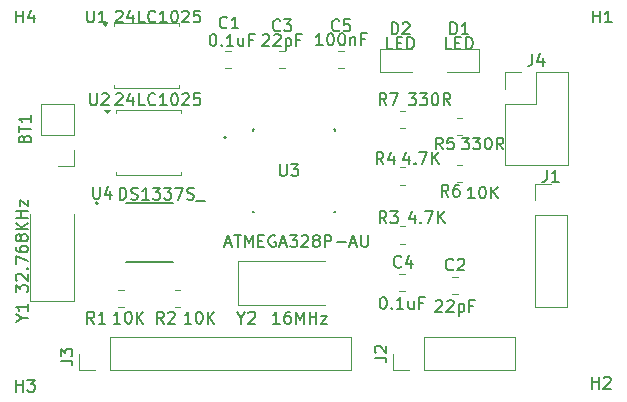
<source format=gbr>
%TF.GenerationSoftware,KiCad,Pcbnew,9.0.2*%
%TF.CreationDate,2025-09-15T18:19:50+05:45*%
%TF.ProjectId,MCU datalogger,4d435520-6461-4746-916c-6f676765722e,rev?*%
%TF.SameCoordinates,Original*%
%TF.FileFunction,Legend,Top*%
%TF.FilePolarity,Positive*%
%FSLAX46Y46*%
G04 Gerber Fmt 4.6, Leading zero omitted, Abs format (unit mm)*
G04 Created by KiCad (PCBNEW 9.0.2) date 2025-09-15 18:19:50*
%MOMM*%
%LPD*%
G01*
G04 APERTURE LIST*
%ADD10C,0.150000*%
%ADD11C,0.200000*%
%ADD12C,0.127000*%
%ADD13C,0.120000*%
G04 APERTURE END LIST*
D10*
X1964058095Y-2098204819D02*
X1964058095Y-2099014342D01*
X1964058095Y-2099014342D02*
X1964105714Y-2099109580D01*
X1964105714Y-2099109580D02*
X1964153333Y-2099157200D01*
X1964153333Y-2099157200D02*
X1964248571Y-2099204819D01*
X1964248571Y-2099204819D02*
X1964439047Y-2099204819D01*
X1964439047Y-2099204819D02*
X1964534285Y-2099157200D01*
X1964534285Y-2099157200D02*
X1964581904Y-2099109580D01*
X1964581904Y-2099109580D02*
X1964629523Y-2099014342D01*
X1964629523Y-2099014342D02*
X1964629523Y-2098204819D01*
X1965010476Y-2098204819D02*
X1965629523Y-2098204819D01*
X1965629523Y-2098204819D02*
X1965296190Y-2098585771D01*
X1965296190Y-2098585771D02*
X1965439047Y-2098585771D01*
X1965439047Y-2098585771D02*
X1965534285Y-2098633390D01*
X1965534285Y-2098633390D02*
X1965581904Y-2098681009D01*
X1965581904Y-2098681009D02*
X1965629523Y-2098776247D01*
X1965629523Y-2098776247D02*
X1965629523Y-2099014342D01*
X1965629523Y-2099014342D02*
X1965581904Y-2099109580D01*
X1965581904Y-2099109580D02*
X1965534285Y-2099157200D01*
X1965534285Y-2099157200D02*
X1965439047Y-2099204819D01*
X1965439047Y-2099204819D02*
X1965153333Y-2099204819D01*
X1965153333Y-2099204819D02*
X1965058095Y-2099157200D01*
X1965058095Y-2099157200D02*
X1965010476Y-2099109580D01*
X1959428571Y-2104919104D02*
X1959904761Y-2104919104D01*
X1959333333Y-2105204819D02*
X1959666666Y-2104204819D01*
X1959666666Y-2104204819D02*
X1959999999Y-2105204819D01*
X1960190476Y-2104204819D02*
X1960761904Y-2104204819D01*
X1960476190Y-2105204819D02*
X1960476190Y-2104204819D01*
X1961095238Y-2105204819D02*
X1961095238Y-2104204819D01*
X1961095238Y-2104204819D02*
X1961428571Y-2104919104D01*
X1961428571Y-2104919104D02*
X1961761904Y-2104204819D01*
X1961761904Y-2104204819D02*
X1961761904Y-2105204819D01*
X1962238095Y-2104681009D02*
X1962571428Y-2104681009D01*
X1962714285Y-2105204819D02*
X1962238095Y-2105204819D01*
X1962238095Y-2105204819D02*
X1962238095Y-2104204819D01*
X1962238095Y-2104204819D02*
X1962714285Y-2104204819D01*
X1963666666Y-2104252438D02*
X1963571428Y-2104204819D01*
X1963571428Y-2104204819D02*
X1963428571Y-2104204819D01*
X1963428571Y-2104204819D02*
X1963285714Y-2104252438D01*
X1963285714Y-2104252438D02*
X1963190476Y-2104347676D01*
X1963190476Y-2104347676D02*
X1963142857Y-2104442914D01*
X1963142857Y-2104442914D02*
X1963095238Y-2104633390D01*
X1963095238Y-2104633390D02*
X1963095238Y-2104776247D01*
X1963095238Y-2104776247D02*
X1963142857Y-2104966723D01*
X1963142857Y-2104966723D02*
X1963190476Y-2105061961D01*
X1963190476Y-2105061961D02*
X1963285714Y-2105157200D01*
X1963285714Y-2105157200D02*
X1963428571Y-2105204819D01*
X1963428571Y-2105204819D02*
X1963523809Y-2105204819D01*
X1963523809Y-2105204819D02*
X1963666666Y-2105157200D01*
X1963666666Y-2105157200D02*
X1963714285Y-2105109580D01*
X1963714285Y-2105109580D02*
X1963714285Y-2104776247D01*
X1963714285Y-2104776247D02*
X1963523809Y-2104776247D01*
X1964095238Y-2104919104D02*
X1964571428Y-2104919104D01*
X1964000000Y-2105204819D02*
X1964333333Y-2104204819D01*
X1964333333Y-2104204819D02*
X1964666666Y-2105204819D01*
X1964904762Y-2104204819D02*
X1965523809Y-2104204819D01*
X1965523809Y-2104204819D02*
X1965190476Y-2104585771D01*
X1965190476Y-2104585771D02*
X1965333333Y-2104585771D01*
X1965333333Y-2104585771D02*
X1965428571Y-2104633390D01*
X1965428571Y-2104633390D02*
X1965476190Y-2104681009D01*
X1965476190Y-2104681009D02*
X1965523809Y-2104776247D01*
X1965523809Y-2104776247D02*
X1965523809Y-2105014342D01*
X1965523809Y-2105014342D02*
X1965476190Y-2105109580D01*
X1965476190Y-2105109580D02*
X1965428571Y-2105157200D01*
X1965428571Y-2105157200D02*
X1965333333Y-2105204819D01*
X1965333333Y-2105204819D02*
X1965047619Y-2105204819D01*
X1965047619Y-2105204819D02*
X1964952381Y-2105157200D01*
X1964952381Y-2105157200D02*
X1964904762Y-2105109580D01*
X1965904762Y-2104300057D02*
X1965952381Y-2104252438D01*
X1965952381Y-2104252438D02*
X1966047619Y-2104204819D01*
X1966047619Y-2104204819D02*
X1966285714Y-2104204819D01*
X1966285714Y-2104204819D02*
X1966380952Y-2104252438D01*
X1966380952Y-2104252438D02*
X1966428571Y-2104300057D01*
X1966428571Y-2104300057D02*
X1966476190Y-2104395295D01*
X1966476190Y-2104395295D02*
X1966476190Y-2104490533D01*
X1966476190Y-2104490533D02*
X1966428571Y-2104633390D01*
X1966428571Y-2104633390D02*
X1965857143Y-2105204819D01*
X1965857143Y-2105204819D02*
X1966476190Y-2105204819D01*
X1967047619Y-2104633390D02*
X1966952381Y-2104585771D01*
X1966952381Y-2104585771D02*
X1966904762Y-2104538152D01*
X1966904762Y-2104538152D02*
X1966857143Y-2104442914D01*
X1966857143Y-2104442914D02*
X1966857143Y-2104395295D01*
X1966857143Y-2104395295D02*
X1966904762Y-2104300057D01*
X1966904762Y-2104300057D02*
X1966952381Y-2104252438D01*
X1966952381Y-2104252438D02*
X1967047619Y-2104204819D01*
X1967047619Y-2104204819D02*
X1967238095Y-2104204819D01*
X1967238095Y-2104204819D02*
X1967333333Y-2104252438D01*
X1967333333Y-2104252438D02*
X1967380952Y-2104300057D01*
X1967380952Y-2104300057D02*
X1967428571Y-2104395295D01*
X1967428571Y-2104395295D02*
X1967428571Y-2104442914D01*
X1967428571Y-2104442914D02*
X1967380952Y-2104538152D01*
X1967380952Y-2104538152D02*
X1967333333Y-2104585771D01*
X1967333333Y-2104585771D02*
X1967238095Y-2104633390D01*
X1967238095Y-2104633390D02*
X1967047619Y-2104633390D01*
X1967047619Y-2104633390D02*
X1966952381Y-2104681009D01*
X1966952381Y-2104681009D02*
X1966904762Y-2104728628D01*
X1966904762Y-2104728628D02*
X1966857143Y-2104823866D01*
X1966857143Y-2104823866D02*
X1966857143Y-2105014342D01*
X1966857143Y-2105014342D02*
X1966904762Y-2105109580D01*
X1966904762Y-2105109580D02*
X1966952381Y-2105157200D01*
X1966952381Y-2105157200D02*
X1967047619Y-2105204819D01*
X1967047619Y-2105204819D02*
X1967238095Y-2105204819D01*
X1967238095Y-2105204819D02*
X1967333333Y-2105157200D01*
X1967333333Y-2105157200D02*
X1967380952Y-2105109580D01*
X1967380952Y-2105109580D02*
X1967428571Y-2105014342D01*
X1967428571Y-2105014342D02*
X1967428571Y-2104823866D01*
X1967428571Y-2104823866D02*
X1967380952Y-2104728628D01*
X1967380952Y-2104728628D02*
X1967333333Y-2104681009D01*
X1967333333Y-2104681009D02*
X1967238095Y-2104633390D01*
X1967857143Y-2105204819D02*
X1967857143Y-2104204819D01*
X1967857143Y-2104204819D02*
X1968238095Y-2104204819D01*
X1968238095Y-2104204819D02*
X1968333333Y-2104252438D01*
X1968333333Y-2104252438D02*
X1968380952Y-2104300057D01*
X1968380952Y-2104300057D02*
X1968428571Y-2104395295D01*
X1968428571Y-2104395295D02*
X1968428571Y-2104538152D01*
X1968428571Y-2104538152D02*
X1968380952Y-2104633390D01*
X1968380952Y-2104633390D02*
X1968333333Y-2104681009D01*
X1968333333Y-2104681009D02*
X1968238095Y-2104728628D01*
X1968238095Y-2104728628D02*
X1967857143Y-2104728628D01*
X1968857143Y-2104823866D02*
X1969619048Y-2104823866D01*
X1970047619Y-2104919104D02*
X1970523809Y-2104919104D01*
X1969952381Y-2105204819D02*
X1970285714Y-2104204819D01*
X1970285714Y-2104204819D02*
X1970619047Y-2105204819D01*
X1970952381Y-2104204819D02*
X1970952381Y-2105014342D01*
X1970952381Y-2105014342D02*
X1971000000Y-2105109580D01*
X1971000000Y-2105109580D02*
X1971047619Y-2105157200D01*
X1971047619Y-2105157200D02*
X1971142857Y-2105204819D01*
X1971142857Y-2105204819D02*
X1971333333Y-2105204819D01*
X1971333333Y-2105204819D02*
X1971428571Y-2105157200D01*
X1971428571Y-2105157200D02*
X1971476190Y-2105109580D01*
X1971476190Y-2105109580D02*
X1971523809Y-2105014342D01*
X1971523809Y-2105014342D02*
X1971523809Y-2104204819D01*
X1948238095Y-2100122819D02*
X1948238095Y-2100932342D01*
X1948238095Y-2100932342D02*
X1948285714Y-2101027580D01*
X1948285714Y-2101027580D02*
X1948333333Y-2101075200D01*
X1948333333Y-2101075200D02*
X1948428571Y-2101122819D01*
X1948428571Y-2101122819D02*
X1948619047Y-2101122819D01*
X1948619047Y-2101122819D02*
X1948714285Y-2101075200D01*
X1948714285Y-2101075200D02*
X1948761904Y-2101027580D01*
X1948761904Y-2101027580D02*
X1948809523Y-2100932342D01*
X1948809523Y-2100932342D02*
X1948809523Y-2100122819D01*
X1949714285Y-2100456152D02*
X1949714285Y-2101122819D01*
X1949476190Y-2100075200D02*
X1949238095Y-2100789485D01*
X1949238095Y-2100789485D02*
X1949857142Y-2100789485D01*
X1950500000Y-2101204819D02*
X1950500000Y-2100204819D01*
X1950500000Y-2100204819D02*
X1950738095Y-2100204819D01*
X1950738095Y-2100204819D02*
X1950880952Y-2100252438D01*
X1950880952Y-2100252438D02*
X1950976190Y-2100347676D01*
X1950976190Y-2100347676D02*
X1951023809Y-2100442914D01*
X1951023809Y-2100442914D02*
X1951071428Y-2100633390D01*
X1951071428Y-2100633390D02*
X1951071428Y-2100776247D01*
X1951071428Y-2100776247D02*
X1951023809Y-2100966723D01*
X1951023809Y-2100966723D02*
X1950976190Y-2101061961D01*
X1950976190Y-2101061961D02*
X1950880952Y-2101157200D01*
X1950880952Y-2101157200D02*
X1950738095Y-2101204819D01*
X1950738095Y-2101204819D02*
X1950500000Y-2101204819D01*
X1951452381Y-2101157200D02*
X1951595238Y-2101204819D01*
X1951595238Y-2101204819D02*
X1951833333Y-2101204819D01*
X1951833333Y-2101204819D02*
X1951928571Y-2101157200D01*
X1951928571Y-2101157200D02*
X1951976190Y-2101109580D01*
X1951976190Y-2101109580D02*
X1952023809Y-2101014342D01*
X1952023809Y-2101014342D02*
X1952023809Y-2100919104D01*
X1952023809Y-2100919104D02*
X1951976190Y-2100823866D01*
X1951976190Y-2100823866D02*
X1951928571Y-2100776247D01*
X1951928571Y-2100776247D02*
X1951833333Y-2100728628D01*
X1951833333Y-2100728628D02*
X1951642857Y-2100681009D01*
X1951642857Y-2100681009D02*
X1951547619Y-2100633390D01*
X1951547619Y-2100633390D02*
X1951500000Y-2100585771D01*
X1951500000Y-2100585771D02*
X1951452381Y-2100490533D01*
X1951452381Y-2100490533D02*
X1951452381Y-2100395295D01*
X1951452381Y-2100395295D02*
X1951500000Y-2100300057D01*
X1951500000Y-2100300057D02*
X1951547619Y-2100252438D01*
X1951547619Y-2100252438D02*
X1951642857Y-2100204819D01*
X1951642857Y-2100204819D02*
X1951880952Y-2100204819D01*
X1951880952Y-2100204819D02*
X1952023809Y-2100252438D01*
X1952976190Y-2101204819D02*
X1952404762Y-2101204819D01*
X1952690476Y-2101204819D02*
X1952690476Y-2100204819D01*
X1952690476Y-2100204819D02*
X1952595238Y-2100347676D01*
X1952595238Y-2100347676D02*
X1952500000Y-2100442914D01*
X1952500000Y-2100442914D02*
X1952404762Y-2100490533D01*
X1953309524Y-2100204819D02*
X1953928571Y-2100204819D01*
X1953928571Y-2100204819D02*
X1953595238Y-2100585771D01*
X1953595238Y-2100585771D02*
X1953738095Y-2100585771D01*
X1953738095Y-2100585771D02*
X1953833333Y-2100633390D01*
X1953833333Y-2100633390D02*
X1953880952Y-2100681009D01*
X1953880952Y-2100681009D02*
X1953928571Y-2100776247D01*
X1953928571Y-2100776247D02*
X1953928571Y-2101014342D01*
X1953928571Y-2101014342D02*
X1953880952Y-2101109580D01*
X1953880952Y-2101109580D02*
X1953833333Y-2101157200D01*
X1953833333Y-2101157200D02*
X1953738095Y-2101204819D01*
X1953738095Y-2101204819D02*
X1953452381Y-2101204819D01*
X1953452381Y-2101204819D02*
X1953357143Y-2101157200D01*
X1953357143Y-2101157200D02*
X1953309524Y-2101109580D01*
X1954261905Y-2100204819D02*
X1954880952Y-2100204819D01*
X1954880952Y-2100204819D02*
X1954547619Y-2100585771D01*
X1954547619Y-2100585771D02*
X1954690476Y-2100585771D01*
X1954690476Y-2100585771D02*
X1954785714Y-2100633390D01*
X1954785714Y-2100633390D02*
X1954833333Y-2100681009D01*
X1954833333Y-2100681009D02*
X1954880952Y-2100776247D01*
X1954880952Y-2100776247D02*
X1954880952Y-2101014342D01*
X1954880952Y-2101014342D02*
X1954833333Y-2101109580D01*
X1954833333Y-2101109580D02*
X1954785714Y-2101157200D01*
X1954785714Y-2101157200D02*
X1954690476Y-2101204819D01*
X1954690476Y-2101204819D02*
X1954404762Y-2101204819D01*
X1954404762Y-2101204819D02*
X1954309524Y-2101157200D01*
X1954309524Y-2101157200D02*
X1954261905Y-2101109580D01*
X1955214286Y-2100204819D02*
X1955880952Y-2100204819D01*
X1955880952Y-2100204819D02*
X1955452381Y-2101204819D01*
X1956214286Y-2101157200D02*
X1956357143Y-2101204819D01*
X1956357143Y-2101204819D02*
X1956595238Y-2101204819D01*
X1956595238Y-2101204819D02*
X1956690476Y-2101157200D01*
X1956690476Y-2101157200D02*
X1956738095Y-2101109580D01*
X1956738095Y-2101109580D02*
X1956785714Y-2101014342D01*
X1956785714Y-2101014342D02*
X1956785714Y-2100919104D01*
X1956785714Y-2100919104D02*
X1956738095Y-2100823866D01*
X1956738095Y-2100823866D02*
X1956690476Y-2100776247D01*
X1956690476Y-2100776247D02*
X1956595238Y-2100728628D01*
X1956595238Y-2100728628D02*
X1956404762Y-2100681009D01*
X1956404762Y-2100681009D02*
X1956309524Y-2100633390D01*
X1956309524Y-2100633390D02*
X1956261905Y-2100585771D01*
X1956261905Y-2100585771D02*
X1956214286Y-2100490533D01*
X1956214286Y-2100490533D02*
X1956214286Y-2100395295D01*
X1956214286Y-2100395295D02*
X1956261905Y-2100300057D01*
X1956261905Y-2100300057D02*
X1956309524Y-2100252438D01*
X1956309524Y-2100252438D02*
X1956404762Y-2100204819D01*
X1956404762Y-2100204819D02*
X1956642857Y-2100204819D01*
X1956642857Y-2100204819D02*
X1956785714Y-2100252438D01*
X1956976191Y-2101300057D02*
X1957738095Y-2101300057D01*
X1947738095Y-2085204819D02*
X1947738095Y-2086014342D01*
X1947738095Y-2086014342D02*
X1947785714Y-2086109580D01*
X1947785714Y-2086109580D02*
X1947833333Y-2086157200D01*
X1947833333Y-2086157200D02*
X1947928571Y-2086204819D01*
X1947928571Y-2086204819D02*
X1948119047Y-2086204819D01*
X1948119047Y-2086204819D02*
X1948214285Y-2086157200D01*
X1948214285Y-2086157200D02*
X1948261904Y-2086109580D01*
X1948261904Y-2086109580D02*
X1948309523Y-2086014342D01*
X1948309523Y-2086014342D02*
X1948309523Y-2085204819D01*
X1949309523Y-2086204819D02*
X1948738095Y-2086204819D01*
X1949023809Y-2086204819D02*
X1949023809Y-2085204819D01*
X1949023809Y-2085204819D02*
X1948928571Y-2085347676D01*
X1948928571Y-2085347676D02*
X1948833333Y-2085442914D01*
X1948833333Y-2085442914D02*
X1948738095Y-2085490533D01*
X1950178571Y-2085300057D02*
X1950226190Y-2085252438D01*
X1950226190Y-2085252438D02*
X1950321428Y-2085204819D01*
X1950321428Y-2085204819D02*
X1950559523Y-2085204819D01*
X1950559523Y-2085204819D02*
X1950654761Y-2085252438D01*
X1950654761Y-2085252438D02*
X1950702380Y-2085300057D01*
X1950702380Y-2085300057D02*
X1950749999Y-2085395295D01*
X1950749999Y-2085395295D02*
X1950749999Y-2085490533D01*
X1950749999Y-2085490533D02*
X1950702380Y-2085633390D01*
X1950702380Y-2085633390D02*
X1950130952Y-2086204819D01*
X1950130952Y-2086204819D02*
X1950749999Y-2086204819D01*
X1951607142Y-2085538152D02*
X1951607142Y-2086204819D01*
X1951369047Y-2085157200D02*
X1951130952Y-2085871485D01*
X1951130952Y-2085871485D02*
X1951749999Y-2085871485D01*
X1952607142Y-2086204819D02*
X1952130952Y-2086204819D01*
X1952130952Y-2086204819D02*
X1952130952Y-2085204819D01*
X1953511904Y-2086109580D02*
X1953464285Y-2086157200D01*
X1953464285Y-2086157200D02*
X1953321428Y-2086204819D01*
X1953321428Y-2086204819D02*
X1953226190Y-2086204819D01*
X1953226190Y-2086204819D02*
X1953083333Y-2086157200D01*
X1953083333Y-2086157200D02*
X1952988095Y-2086061961D01*
X1952988095Y-2086061961D02*
X1952940476Y-2085966723D01*
X1952940476Y-2085966723D02*
X1952892857Y-2085776247D01*
X1952892857Y-2085776247D02*
X1952892857Y-2085633390D01*
X1952892857Y-2085633390D02*
X1952940476Y-2085442914D01*
X1952940476Y-2085442914D02*
X1952988095Y-2085347676D01*
X1952988095Y-2085347676D02*
X1953083333Y-2085252438D01*
X1953083333Y-2085252438D02*
X1953226190Y-2085204819D01*
X1953226190Y-2085204819D02*
X1953321428Y-2085204819D01*
X1953321428Y-2085204819D02*
X1953464285Y-2085252438D01*
X1953464285Y-2085252438D02*
X1953511904Y-2085300057D01*
X1954464285Y-2086204819D02*
X1953892857Y-2086204819D01*
X1954178571Y-2086204819D02*
X1954178571Y-2085204819D01*
X1954178571Y-2085204819D02*
X1954083333Y-2085347676D01*
X1954083333Y-2085347676D02*
X1953988095Y-2085442914D01*
X1953988095Y-2085442914D02*
X1953892857Y-2085490533D01*
X1955083333Y-2085204819D02*
X1955178571Y-2085204819D01*
X1955178571Y-2085204819D02*
X1955273809Y-2085252438D01*
X1955273809Y-2085252438D02*
X1955321428Y-2085300057D01*
X1955321428Y-2085300057D02*
X1955369047Y-2085395295D01*
X1955369047Y-2085395295D02*
X1955416666Y-2085585771D01*
X1955416666Y-2085585771D02*
X1955416666Y-2085823866D01*
X1955416666Y-2085823866D02*
X1955369047Y-2086014342D01*
X1955369047Y-2086014342D02*
X1955321428Y-2086109580D01*
X1955321428Y-2086109580D02*
X1955273809Y-2086157200D01*
X1955273809Y-2086157200D02*
X1955178571Y-2086204819D01*
X1955178571Y-2086204819D02*
X1955083333Y-2086204819D01*
X1955083333Y-2086204819D02*
X1954988095Y-2086157200D01*
X1954988095Y-2086157200D02*
X1954940476Y-2086109580D01*
X1954940476Y-2086109580D02*
X1954892857Y-2086014342D01*
X1954892857Y-2086014342D02*
X1954845238Y-2085823866D01*
X1954845238Y-2085823866D02*
X1954845238Y-2085585771D01*
X1954845238Y-2085585771D02*
X1954892857Y-2085395295D01*
X1954892857Y-2085395295D02*
X1954940476Y-2085300057D01*
X1954940476Y-2085300057D02*
X1954988095Y-2085252438D01*
X1954988095Y-2085252438D02*
X1955083333Y-2085204819D01*
X1955797619Y-2085300057D02*
X1955845238Y-2085252438D01*
X1955845238Y-2085252438D02*
X1955940476Y-2085204819D01*
X1955940476Y-2085204819D02*
X1956178571Y-2085204819D01*
X1956178571Y-2085204819D02*
X1956273809Y-2085252438D01*
X1956273809Y-2085252438D02*
X1956321428Y-2085300057D01*
X1956321428Y-2085300057D02*
X1956369047Y-2085395295D01*
X1956369047Y-2085395295D02*
X1956369047Y-2085490533D01*
X1956369047Y-2085490533D02*
X1956321428Y-2085633390D01*
X1956321428Y-2085633390D02*
X1955750000Y-2086204819D01*
X1955750000Y-2086204819D02*
X1956369047Y-2086204819D01*
X1957273809Y-2085204819D02*
X1956797619Y-2085204819D01*
X1956797619Y-2085204819D02*
X1956750000Y-2085681009D01*
X1956750000Y-2085681009D02*
X1956797619Y-2085633390D01*
X1956797619Y-2085633390D02*
X1956892857Y-2085585771D01*
X1956892857Y-2085585771D02*
X1957130952Y-2085585771D01*
X1957130952Y-2085585771D02*
X1957226190Y-2085633390D01*
X1957226190Y-2085633390D02*
X1957273809Y-2085681009D01*
X1957273809Y-2085681009D02*
X1957321428Y-2085776247D01*
X1957321428Y-2085776247D02*
X1957321428Y-2086014342D01*
X1957321428Y-2086014342D02*
X1957273809Y-2086109580D01*
X1957273809Y-2086109580D02*
X1957226190Y-2086157200D01*
X1957226190Y-2086157200D02*
X1957130952Y-2086204819D01*
X1957130952Y-2086204819D02*
X1956892857Y-2086204819D01*
X1956892857Y-2086204819D02*
X1956797619Y-2086157200D01*
X1956797619Y-2086157200D02*
X1956750000Y-2086109580D01*
X1942431009Y-2096035714D02*
X1942478628Y-2095892857D01*
X1942478628Y-2095892857D02*
X1942526247Y-2095845238D01*
X1942526247Y-2095845238D02*
X1942621485Y-2095797619D01*
X1942621485Y-2095797619D02*
X1942764342Y-2095797619D01*
X1942764342Y-2095797619D02*
X1942859580Y-2095845238D01*
X1942859580Y-2095845238D02*
X1942907200Y-2095892857D01*
X1942907200Y-2095892857D02*
X1942954819Y-2095988095D01*
X1942954819Y-2095988095D02*
X1942954819Y-2096369047D01*
X1942954819Y-2096369047D02*
X1941954819Y-2096369047D01*
X1941954819Y-2096369047D02*
X1941954819Y-2096035714D01*
X1941954819Y-2096035714D02*
X1942002438Y-2095940476D01*
X1942002438Y-2095940476D02*
X1942050057Y-2095892857D01*
X1942050057Y-2095892857D02*
X1942145295Y-2095845238D01*
X1942145295Y-2095845238D02*
X1942240533Y-2095845238D01*
X1942240533Y-2095845238D02*
X1942335771Y-2095892857D01*
X1942335771Y-2095892857D02*
X1942383390Y-2095940476D01*
X1942383390Y-2095940476D02*
X1942431009Y-2096035714D01*
X1942431009Y-2096035714D02*
X1942431009Y-2096369047D01*
X1941954819Y-2095511904D02*
X1941954819Y-2094940476D01*
X1942954819Y-2095226190D02*
X1941954819Y-2095226190D01*
X1942954819Y-2094083333D02*
X1942954819Y-2094654761D01*
X1942954819Y-2094369047D02*
X1941954819Y-2094369047D01*
X1941954819Y-2094369047D02*
X1942097676Y-2094464285D01*
X1942097676Y-2094464285D02*
X1942192914Y-2094559523D01*
X1942192914Y-2094559523D02*
X1942240533Y-2094654761D01*
X1974333333Y-2106859580D02*
X1974285714Y-2106907200D01*
X1974285714Y-2106907200D02*
X1974142857Y-2106954819D01*
X1974142857Y-2106954819D02*
X1974047619Y-2106954819D01*
X1974047619Y-2106954819D02*
X1973904762Y-2106907200D01*
X1973904762Y-2106907200D02*
X1973809524Y-2106811961D01*
X1973809524Y-2106811961D02*
X1973761905Y-2106716723D01*
X1973761905Y-2106716723D02*
X1973714286Y-2106526247D01*
X1973714286Y-2106526247D02*
X1973714286Y-2106383390D01*
X1973714286Y-2106383390D02*
X1973761905Y-2106192914D01*
X1973761905Y-2106192914D02*
X1973809524Y-2106097676D01*
X1973809524Y-2106097676D02*
X1973904762Y-2106002438D01*
X1973904762Y-2106002438D02*
X1974047619Y-2105954819D01*
X1974047619Y-2105954819D02*
X1974142857Y-2105954819D01*
X1974142857Y-2105954819D02*
X1974285714Y-2106002438D01*
X1974285714Y-2106002438D02*
X1974333333Y-2106050057D01*
X1975190476Y-2106288152D02*
X1975190476Y-2106954819D01*
X1974952381Y-2105907200D02*
X1974714286Y-2106621485D01*
X1974714286Y-2106621485D02*
X1975333333Y-2106621485D01*
X1972757143Y-2109454819D02*
X1972852381Y-2109454819D01*
X1972852381Y-2109454819D02*
X1972947619Y-2109502438D01*
X1972947619Y-2109502438D02*
X1972995238Y-2109550057D01*
X1972995238Y-2109550057D02*
X1973042857Y-2109645295D01*
X1973042857Y-2109645295D02*
X1973090476Y-2109835771D01*
X1973090476Y-2109835771D02*
X1973090476Y-2110073866D01*
X1973090476Y-2110073866D02*
X1973042857Y-2110264342D01*
X1973042857Y-2110264342D02*
X1972995238Y-2110359580D01*
X1972995238Y-2110359580D02*
X1972947619Y-2110407200D01*
X1972947619Y-2110407200D02*
X1972852381Y-2110454819D01*
X1972852381Y-2110454819D02*
X1972757143Y-2110454819D01*
X1972757143Y-2110454819D02*
X1972661905Y-2110407200D01*
X1972661905Y-2110407200D02*
X1972614286Y-2110359580D01*
X1972614286Y-2110359580D02*
X1972566667Y-2110264342D01*
X1972566667Y-2110264342D02*
X1972519048Y-2110073866D01*
X1972519048Y-2110073866D02*
X1972519048Y-2109835771D01*
X1972519048Y-2109835771D02*
X1972566667Y-2109645295D01*
X1972566667Y-2109645295D02*
X1972614286Y-2109550057D01*
X1972614286Y-2109550057D02*
X1972661905Y-2109502438D01*
X1972661905Y-2109502438D02*
X1972757143Y-2109454819D01*
X1973519048Y-2110359580D02*
X1973566667Y-2110407200D01*
X1973566667Y-2110407200D02*
X1973519048Y-2110454819D01*
X1973519048Y-2110454819D02*
X1973471429Y-2110407200D01*
X1973471429Y-2110407200D02*
X1973519048Y-2110359580D01*
X1973519048Y-2110359580D02*
X1973519048Y-2110454819D01*
X1974519047Y-2110454819D02*
X1973947619Y-2110454819D01*
X1974233333Y-2110454819D02*
X1974233333Y-2109454819D01*
X1974233333Y-2109454819D02*
X1974138095Y-2109597676D01*
X1974138095Y-2109597676D02*
X1974042857Y-2109692914D01*
X1974042857Y-2109692914D02*
X1973947619Y-2109740533D01*
X1975376190Y-2109788152D02*
X1975376190Y-2110454819D01*
X1974947619Y-2109788152D02*
X1974947619Y-2110311961D01*
X1974947619Y-2110311961D02*
X1974995238Y-2110407200D01*
X1974995238Y-2110407200D02*
X1975090476Y-2110454819D01*
X1975090476Y-2110454819D02*
X1975233333Y-2110454819D01*
X1975233333Y-2110454819D02*
X1975328571Y-2110407200D01*
X1975328571Y-2110407200D02*
X1975376190Y-2110359580D01*
X1976185714Y-2109931009D02*
X1975852381Y-2109931009D01*
X1975852381Y-2110454819D02*
X1975852381Y-2109454819D01*
X1975852381Y-2109454819D02*
X1976328571Y-2109454819D01*
X1978733333Y-2107109580D02*
X1978685714Y-2107157200D01*
X1978685714Y-2107157200D02*
X1978542857Y-2107204819D01*
X1978542857Y-2107204819D02*
X1978447619Y-2107204819D01*
X1978447619Y-2107204819D02*
X1978304762Y-2107157200D01*
X1978304762Y-2107157200D02*
X1978209524Y-2107061961D01*
X1978209524Y-2107061961D02*
X1978161905Y-2106966723D01*
X1978161905Y-2106966723D02*
X1978114286Y-2106776247D01*
X1978114286Y-2106776247D02*
X1978114286Y-2106633390D01*
X1978114286Y-2106633390D02*
X1978161905Y-2106442914D01*
X1978161905Y-2106442914D02*
X1978209524Y-2106347676D01*
X1978209524Y-2106347676D02*
X1978304762Y-2106252438D01*
X1978304762Y-2106252438D02*
X1978447619Y-2106204819D01*
X1978447619Y-2106204819D02*
X1978542857Y-2106204819D01*
X1978542857Y-2106204819D02*
X1978685714Y-2106252438D01*
X1978685714Y-2106252438D02*
X1978733333Y-2106300057D01*
X1979114286Y-2106300057D02*
X1979161905Y-2106252438D01*
X1979161905Y-2106252438D02*
X1979257143Y-2106204819D01*
X1979257143Y-2106204819D02*
X1979495238Y-2106204819D01*
X1979495238Y-2106204819D02*
X1979590476Y-2106252438D01*
X1979590476Y-2106252438D02*
X1979638095Y-2106300057D01*
X1979638095Y-2106300057D02*
X1979685714Y-2106395295D01*
X1979685714Y-2106395295D02*
X1979685714Y-2106490533D01*
X1979685714Y-2106490533D02*
X1979638095Y-2106633390D01*
X1979638095Y-2106633390D02*
X1979066667Y-2107204819D01*
X1979066667Y-2107204819D02*
X1979685714Y-2107204819D01*
X1977257143Y-2109800057D02*
X1977304762Y-2109752438D01*
X1977304762Y-2109752438D02*
X1977400000Y-2109704819D01*
X1977400000Y-2109704819D02*
X1977638095Y-2109704819D01*
X1977638095Y-2109704819D02*
X1977733333Y-2109752438D01*
X1977733333Y-2109752438D02*
X1977780952Y-2109800057D01*
X1977780952Y-2109800057D02*
X1977828571Y-2109895295D01*
X1977828571Y-2109895295D02*
X1977828571Y-2109990533D01*
X1977828571Y-2109990533D02*
X1977780952Y-2110133390D01*
X1977780952Y-2110133390D02*
X1977209524Y-2110704819D01*
X1977209524Y-2110704819D02*
X1977828571Y-2110704819D01*
X1978209524Y-2109800057D02*
X1978257143Y-2109752438D01*
X1978257143Y-2109752438D02*
X1978352381Y-2109704819D01*
X1978352381Y-2109704819D02*
X1978590476Y-2109704819D01*
X1978590476Y-2109704819D02*
X1978685714Y-2109752438D01*
X1978685714Y-2109752438D02*
X1978733333Y-2109800057D01*
X1978733333Y-2109800057D02*
X1978780952Y-2109895295D01*
X1978780952Y-2109895295D02*
X1978780952Y-2109990533D01*
X1978780952Y-2109990533D02*
X1978733333Y-2110133390D01*
X1978733333Y-2110133390D02*
X1978161905Y-2110704819D01*
X1978161905Y-2110704819D02*
X1978780952Y-2110704819D01*
X1979209524Y-2110038152D02*
X1979209524Y-2111038152D01*
X1979209524Y-2110085771D02*
X1979304762Y-2110038152D01*
X1979304762Y-2110038152D02*
X1979495238Y-2110038152D01*
X1979495238Y-2110038152D02*
X1979590476Y-2110085771D01*
X1979590476Y-2110085771D02*
X1979638095Y-2110133390D01*
X1979638095Y-2110133390D02*
X1979685714Y-2110228628D01*
X1979685714Y-2110228628D02*
X1979685714Y-2110514342D01*
X1979685714Y-2110514342D02*
X1979638095Y-2110609580D01*
X1979638095Y-2110609580D02*
X1979590476Y-2110657200D01*
X1979590476Y-2110657200D02*
X1979495238Y-2110704819D01*
X1979495238Y-2110704819D02*
X1979304762Y-2110704819D01*
X1979304762Y-2110704819D02*
X1979209524Y-2110657200D01*
X1980447619Y-2110181009D02*
X1980114286Y-2110181009D01*
X1980114286Y-2110704819D02*
X1980114286Y-2109704819D01*
X1980114286Y-2109704819D02*
X1980590476Y-2109704819D01*
X1941738095Y-2117454819D02*
X1941738095Y-2116454819D01*
X1941738095Y-2116931009D02*
X1942309523Y-2116931009D01*
X1942309523Y-2117454819D02*
X1942309523Y-2116454819D01*
X1942690476Y-2116454819D02*
X1943309523Y-2116454819D01*
X1943309523Y-2116454819D02*
X1942976190Y-2116835771D01*
X1942976190Y-2116835771D02*
X1943119047Y-2116835771D01*
X1943119047Y-2116835771D02*
X1943214285Y-2116883390D01*
X1943214285Y-2116883390D02*
X1943261904Y-2116931009D01*
X1943261904Y-2116931009D02*
X1943309523Y-2117026247D01*
X1943309523Y-2117026247D02*
X1943309523Y-2117264342D01*
X1943309523Y-2117264342D02*
X1943261904Y-2117359580D01*
X1943261904Y-2117359580D02*
X1943214285Y-2117407200D01*
X1943214285Y-2117407200D02*
X1943119047Y-2117454819D01*
X1943119047Y-2117454819D02*
X1942833333Y-2117454819D01*
X1942833333Y-2117454819D02*
X1942738095Y-2117407200D01*
X1942738095Y-2117407200D02*
X1942690476Y-2117359580D01*
X1964083333Y-2086859580D02*
X1964035714Y-2086907200D01*
X1964035714Y-2086907200D02*
X1963892857Y-2086954819D01*
X1963892857Y-2086954819D02*
X1963797619Y-2086954819D01*
X1963797619Y-2086954819D02*
X1963654762Y-2086907200D01*
X1963654762Y-2086907200D02*
X1963559524Y-2086811961D01*
X1963559524Y-2086811961D02*
X1963511905Y-2086716723D01*
X1963511905Y-2086716723D02*
X1963464286Y-2086526247D01*
X1963464286Y-2086526247D02*
X1963464286Y-2086383390D01*
X1963464286Y-2086383390D02*
X1963511905Y-2086192914D01*
X1963511905Y-2086192914D02*
X1963559524Y-2086097676D01*
X1963559524Y-2086097676D02*
X1963654762Y-2086002438D01*
X1963654762Y-2086002438D02*
X1963797619Y-2085954819D01*
X1963797619Y-2085954819D02*
X1963892857Y-2085954819D01*
X1963892857Y-2085954819D02*
X1964035714Y-2086002438D01*
X1964035714Y-2086002438D02*
X1964083333Y-2086050057D01*
X1964416667Y-2085954819D02*
X1965035714Y-2085954819D01*
X1965035714Y-2085954819D02*
X1964702381Y-2086335771D01*
X1964702381Y-2086335771D02*
X1964845238Y-2086335771D01*
X1964845238Y-2086335771D02*
X1964940476Y-2086383390D01*
X1964940476Y-2086383390D02*
X1964988095Y-2086431009D01*
X1964988095Y-2086431009D02*
X1965035714Y-2086526247D01*
X1965035714Y-2086526247D02*
X1965035714Y-2086764342D01*
X1965035714Y-2086764342D02*
X1964988095Y-2086859580D01*
X1964988095Y-2086859580D02*
X1964940476Y-2086907200D01*
X1964940476Y-2086907200D02*
X1964845238Y-2086954819D01*
X1964845238Y-2086954819D02*
X1964559524Y-2086954819D01*
X1964559524Y-2086954819D02*
X1964464286Y-2086907200D01*
X1964464286Y-2086907200D02*
X1964416667Y-2086859580D01*
X1962594643Y-2087300057D02*
X1962642262Y-2087252438D01*
X1962642262Y-2087252438D02*
X1962737500Y-2087204819D01*
X1962737500Y-2087204819D02*
X1962975595Y-2087204819D01*
X1962975595Y-2087204819D02*
X1963070833Y-2087252438D01*
X1963070833Y-2087252438D02*
X1963118452Y-2087300057D01*
X1963118452Y-2087300057D02*
X1963166071Y-2087395295D01*
X1963166071Y-2087395295D02*
X1963166071Y-2087490533D01*
X1963166071Y-2087490533D02*
X1963118452Y-2087633390D01*
X1963118452Y-2087633390D02*
X1962547024Y-2088204819D01*
X1962547024Y-2088204819D02*
X1963166071Y-2088204819D01*
X1963547024Y-2087300057D02*
X1963594643Y-2087252438D01*
X1963594643Y-2087252438D02*
X1963689881Y-2087204819D01*
X1963689881Y-2087204819D02*
X1963927976Y-2087204819D01*
X1963927976Y-2087204819D02*
X1964023214Y-2087252438D01*
X1964023214Y-2087252438D02*
X1964070833Y-2087300057D01*
X1964070833Y-2087300057D02*
X1964118452Y-2087395295D01*
X1964118452Y-2087395295D02*
X1964118452Y-2087490533D01*
X1964118452Y-2087490533D02*
X1964070833Y-2087633390D01*
X1964070833Y-2087633390D02*
X1963499405Y-2088204819D01*
X1963499405Y-2088204819D02*
X1964118452Y-2088204819D01*
X1964547024Y-2087538152D02*
X1964547024Y-2088538152D01*
X1964547024Y-2087585771D02*
X1964642262Y-2087538152D01*
X1964642262Y-2087538152D02*
X1964832738Y-2087538152D01*
X1964832738Y-2087538152D02*
X1964927976Y-2087585771D01*
X1964927976Y-2087585771D02*
X1964975595Y-2087633390D01*
X1964975595Y-2087633390D02*
X1965023214Y-2087728628D01*
X1965023214Y-2087728628D02*
X1965023214Y-2088014342D01*
X1965023214Y-2088014342D02*
X1964975595Y-2088109580D01*
X1964975595Y-2088109580D02*
X1964927976Y-2088157200D01*
X1964927976Y-2088157200D02*
X1964832738Y-2088204819D01*
X1964832738Y-2088204819D02*
X1964642262Y-2088204819D01*
X1964642262Y-2088204819D02*
X1964547024Y-2088157200D01*
X1965785119Y-2087681009D02*
X1965451786Y-2087681009D01*
X1965451786Y-2088204819D02*
X1965451786Y-2087204819D01*
X1965451786Y-2087204819D02*
X1965927976Y-2087204819D01*
X1990488095Y-2117204819D02*
X1990488095Y-2116204819D01*
X1990488095Y-2116681009D02*
X1991059523Y-2116681009D01*
X1991059523Y-2117204819D02*
X1991059523Y-2116204819D01*
X1991488095Y-2116300057D02*
X1991535714Y-2116252438D01*
X1991535714Y-2116252438D02*
X1991630952Y-2116204819D01*
X1991630952Y-2116204819D02*
X1991869047Y-2116204819D01*
X1991869047Y-2116204819D02*
X1991964285Y-2116252438D01*
X1991964285Y-2116252438D02*
X1992011904Y-2116300057D01*
X1992011904Y-2116300057D02*
X1992059523Y-2116395295D01*
X1992059523Y-2116395295D02*
X1992059523Y-2116490533D01*
X1992059523Y-2116490533D02*
X1992011904Y-2116633390D01*
X1992011904Y-2116633390D02*
X1991440476Y-2117204819D01*
X1991440476Y-2117204819D02*
X1992059523Y-2117204819D01*
X1947988095Y-2092204819D02*
X1947988095Y-2093014342D01*
X1947988095Y-2093014342D02*
X1948035714Y-2093109580D01*
X1948035714Y-2093109580D02*
X1948083333Y-2093157200D01*
X1948083333Y-2093157200D02*
X1948178571Y-2093204819D01*
X1948178571Y-2093204819D02*
X1948369047Y-2093204819D01*
X1948369047Y-2093204819D02*
X1948464285Y-2093157200D01*
X1948464285Y-2093157200D02*
X1948511904Y-2093109580D01*
X1948511904Y-2093109580D02*
X1948559523Y-2093014342D01*
X1948559523Y-2093014342D02*
X1948559523Y-2092204819D01*
X1948988095Y-2092300057D02*
X1949035714Y-2092252438D01*
X1949035714Y-2092252438D02*
X1949130952Y-2092204819D01*
X1949130952Y-2092204819D02*
X1949369047Y-2092204819D01*
X1949369047Y-2092204819D02*
X1949464285Y-2092252438D01*
X1949464285Y-2092252438D02*
X1949511904Y-2092300057D01*
X1949511904Y-2092300057D02*
X1949559523Y-2092395295D01*
X1949559523Y-2092395295D02*
X1949559523Y-2092490533D01*
X1949559523Y-2092490533D02*
X1949511904Y-2092633390D01*
X1949511904Y-2092633390D02*
X1948940476Y-2093204819D01*
X1948940476Y-2093204819D02*
X1949559523Y-2093204819D01*
X1950178571Y-2092300057D02*
X1950226190Y-2092252438D01*
X1950226190Y-2092252438D02*
X1950321428Y-2092204819D01*
X1950321428Y-2092204819D02*
X1950559523Y-2092204819D01*
X1950559523Y-2092204819D02*
X1950654761Y-2092252438D01*
X1950654761Y-2092252438D02*
X1950702380Y-2092300057D01*
X1950702380Y-2092300057D02*
X1950749999Y-2092395295D01*
X1950749999Y-2092395295D02*
X1950749999Y-2092490533D01*
X1950749999Y-2092490533D02*
X1950702380Y-2092633390D01*
X1950702380Y-2092633390D02*
X1950130952Y-2093204819D01*
X1950130952Y-2093204819D02*
X1950749999Y-2093204819D01*
X1951607142Y-2092538152D02*
X1951607142Y-2093204819D01*
X1951369047Y-2092157200D02*
X1951130952Y-2092871485D01*
X1951130952Y-2092871485D02*
X1951749999Y-2092871485D01*
X1952607142Y-2093204819D02*
X1952130952Y-2093204819D01*
X1952130952Y-2093204819D02*
X1952130952Y-2092204819D01*
X1953511904Y-2093109580D02*
X1953464285Y-2093157200D01*
X1953464285Y-2093157200D02*
X1953321428Y-2093204819D01*
X1953321428Y-2093204819D02*
X1953226190Y-2093204819D01*
X1953226190Y-2093204819D02*
X1953083333Y-2093157200D01*
X1953083333Y-2093157200D02*
X1952988095Y-2093061961D01*
X1952988095Y-2093061961D02*
X1952940476Y-2092966723D01*
X1952940476Y-2092966723D02*
X1952892857Y-2092776247D01*
X1952892857Y-2092776247D02*
X1952892857Y-2092633390D01*
X1952892857Y-2092633390D02*
X1952940476Y-2092442914D01*
X1952940476Y-2092442914D02*
X1952988095Y-2092347676D01*
X1952988095Y-2092347676D02*
X1953083333Y-2092252438D01*
X1953083333Y-2092252438D02*
X1953226190Y-2092204819D01*
X1953226190Y-2092204819D02*
X1953321428Y-2092204819D01*
X1953321428Y-2092204819D02*
X1953464285Y-2092252438D01*
X1953464285Y-2092252438D02*
X1953511904Y-2092300057D01*
X1954464285Y-2093204819D02*
X1953892857Y-2093204819D01*
X1954178571Y-2093204819D02*
X1954178571Y-2092204819D01*
X1954178571Y-2092204819D02*
X1954083333Y-2092347676D01*
X1954083333Y-2092347676D02*
X1953988095Y-2092442914D01*
X1953988095Y-2092442914D02*
X1953892857Y-2092490533D01*
X1955083333Y-2092204819D02*
X1955178571Y-2092204819D01*
X1955178571Y-2092204819D02*
X1955273809Y-2092252438D01*
X1955273809Y-2092252438D02*
X1955321428Y-2092300057D01*
X1955321428Y-2092300057D02*
X1955369047Y-2092395295D01*
X1955369047Y-2092395295D02*
X1955416666Y-2092585771D01*
X1955416666Y-2092585771D02*
X1955416666Y-2092823866D01*
X1955416666Y-2092823866D02*
X1955369047Y-2093014342D01*
X1955369047Y-2093014342D02*
X1955321428Y-2093109580D01*
X1955321428Y-2093109580D02*
X1955273809Y-2093157200D01*
X1955273809Y-2093157200D02*
X1955178571Y-2093204819D01*
X1955178571Y-2093204819D02*
X1955083333Y-2093204819D01*
X1955083333Y-2093204819D02*
X1954988095Y-2093157200D01*
X1954988095Y-2093157200D02*
X1954940476Y-2093109580D01*
X1954940476Y-2093109580D02*
X1954892857Y-2093014342D01*
X1954892857Y-2093014342D02*
X1954845238Y-2092823866D01*
X1954845238Y-2092823866D02*
X1954845238Y-2092585771D01*
X1954845238Y-2092585771D02*
X1954892857Y-2092395295D01*
X1954892857Y-2092395295D02*
X1954940476Y-2092300057D01*
X1954940476Y-2092300057D02*
X1954988095Y-2092252438D01*
X1954988095Y-2092252438D02*
X1955083333Y-2092204819D01*
X1955797619Y-2092300057D02*
X1955845238Y-2092252438D01*
X1955845238Y-2092252438D02*
X1955940476Y-2092204819D01*
X1955940476Y-2092204819D02*
X1956178571Y-2092204819D01*
X1956178571Y-2092204819D02*
X1956273809Y-2092252438D01*
X1956273809Y-2092252438D02*
X1956321428Y-2092300057D01*
X1956321428Y-2092300057D02*
X1956369047Y-2092395295D01*
X1956369047Y-2092395295D02*
X1956369047Y-2092490533D01*
X1956369047Y-2092490533D02*
X1956321428Y-2092633390D01*
X1956321428Y-2092633390D02*
X1955750000Y-2093204819D01*
X1955750000Y-2093204819D02*
X1956369047Y-2093204819D01*
X1957273809Y-2092204819D02*
X1956797619Y-2092204819D01*
X1956797619Y-2092204819D02*
X1956750000Y-2092681009D01*
X1956750000Y-2092681009D02*
X1956797619Y-2092633390D01*
X1956797619Y-2092633390D02*
X1956892857Y-2092585771D01*
X1956892857Y-2092585771D02*
X1957130952Y-2092585771D01*
X1957130952Y-2092585771D02*
X1957226190Y-2092633390D01*
X1957226190Y-2092633390D02*
X1957273809Y-2092681009D01*
X1957273809Y-2092681009D02*
X1957321428Y-2092776247D01*
X1957321428Y-2092776247D02*
X1957321428Y-2093014342D01*
X1957321428Y-2093014342D02*
X1957273809Y-2093109580D01*
X1957273809Y-2093109580D02*
X1957226190Y-2093157200D01*
X1957226190Y-2093157200D02*
X1957130952Y-2093204819D01*
X1957130952Y-2093204819D02*
X1956892857Y-2093204819D01*
X1956892857Y-2093204819D02*
X1956797619Y-2093157200D01*
X1956797619Y-2093157200D02*
X1956750000Y-2093109580D01*
X1986666666Y-2098704819D02*
X1986666666Y-2099419104D01*
X1986666666Y-2099419104D02*
X1986619047Y-2099561961D01*
X1986619047Y-2099561961D02*
X1986523809Y-2099657200D01*
X1986523809Y-2099657200D02*
X1986380952Y-2099704819D01*
X1986380952Y-2099704819D02*
X1986285714Y-2099704819D01*
X1987666666Y-2099704819D02*
X1987095238Y-2099704819D01*
X1987380952Y-2099704819D02*
X1987380952Y-2098704819D01*
X1987380952Y-2098704819D02*
X1987285714Y-2098847676D01*
X1987285714Y-2098847676D02*
X1987190476Y-2098942914D01*
X1987190476Y-2098942914D02*
X1987095238Y-2098990533D01*
X1973083333Y-2103204819D02*
X1972750000Y-2102728628D01*
X1972511905Y-2103204819D02*
X1972511905Y-2102204819D01*
X1972511905Y-2102204819D02*
X1972892857Y-2102204819D01*
X1972892857Y-2102204819D02*
X1972988095Y-2102252438D01*
X1972988095Y-2102252438D02*
X1973035714Y-2102300057D01*
X1973035714Y-2102300057D02*
X1973083333Y-2102395295D01*
X1973083333Y-2102395295D02*
X1973083333Y-2102538152D01*
X1973083333Y-2102538152D02*
X1973035714Y-2102633390D01*
X1973035714Y-2102633390D02*
X1972988095Y-2102681009D01*
X1972988095Y-2102681009D02*
X1972892857Y-2102728628D01*
X1972892857Y-2102728628D02*
X1972511905Y-2102728628D01*
X1973416667Y-2102204819D02*
X1974035714Y-2102204819D01*
X1974035714Y-2102204819D02*
X1973702381Y-2102585771D01*
X1973702381Y-2102585771D02*
X1973845238Y-2102585771D01*
X1973845238Y-2102585771D02*
X1973940476Y-2102633390D01*
X1973940476Y-2102633390D02*
X1973988095Y-2102681009D01*
X1973988095Y-2102681009D02*
X1974035714Y-2102776247D01*
X1974035714Y-2102776247D02*
X1974035714Y-2103014342D01*
X1974035714Y-2103014342D02*
X1973988095Y-2103109580D01*
X1973988095Y-2103109580D02*
X1973940476Y-2103157200D01*
X1973940476Y-2103157200D02*
X1973845238Y-2103204819D01*
X1973845238Y-2103204819D02*
X1973559524Y-2103204819D01*
X1973559524Y-2103204819D02*
X1973464286Y-2103157200D01*
X1973464286Y-2103157200D02*
X1973416667Y-2103109580D01*
X1975476190Y-2102538152D02*
X1975476190Y-2103204819D01*
X1975238095Y-2102157200D02*
X1975000000Y-2102871485D01*
X1975000000Y-2102871485D02*
X1975619047Y-2102871485D01*
X1976000000Y-2103109580D02*
X1976047619Y-2103157200D01*
X1976047619Y-2103157200D02*
X1976000000Y-2103204819D01*
X1976000000Y-2103204819D02*
X1975952381Y-2103157200D01*
X1975952381Y-2103157200D02*
X1976000000Y-2103109580D01*
X1976000000Y-2103109580D02*
X1976000000Y-2103204819D01*
X1976380952Y-2102204819D02*
X1977047618Y-2102204819D01*
X1977047618Y-2102204819D02*
X1976619047Y-2103204819D01*
X1977428571Y-2103204819D02*
X1977428571Y-2102204819D01*
X1977999999Y-2103204819D02*
X1977571428Y-2102633390D01*
X1977999999Y-2102204819D02*
X1977428571Y-2102776247D01*
X1972833333Y-2098204819D02*
X1972500000Y-2097728628D01*
X1972261905Y-2098204819D02*
X1972261905Y-2097204819D01*
X1972261905Y-2097204819D02*
X1972642857Y-2097204819D01*
X1972642857Y-2097204819D02*
X1972738095Y-2097252438D01*
X1972738095Y-2097252438D02*
X1972785714Y-2097300057D01*
X1972785714Y-2097300057D02*
X1972833333Y-2097395295D01*
X1972833333Y-2097395295D02*
X1972833333Y-2097538152D01*
X1972833333Y-2097538152D02*
X1972785714Y-2097633390D01*
X1972785714Y-2097633390D02*
X1972738095Y-2097681009D01*
X1972738095Y-2097681009D02*
X1972642857Y-2097728628D01*
X1972642857Y-2097728628D02*
X1972261905Y-2097728628D01*
X1973690476Y-2097538152D02*
X1973690476Y-2098204819D01*
X1973452381Y-2097157200D02*
X1973214286Y-2097871485D01*
X1973214286Y-2097871485D02*
X1973833333Y-2097871485D01*
X1974976190Y-2097538152D02*
X1974976190Y-2098204819D01*
X1974738095Y-2097157200D02*
X1974500000Y-2097871485D01*
X1974500000Y-2097871485D02*
X1975119047Y-2097871485D01*
X1975500000Y-2098109580D02*
X1975547619Y-2098157200D01*
X1975547619Y-2098157200D02*
X1975500000Y-2098204819D01*
X1975500000Y-2098204819D02*
X1975452381Y-2098157200D01*
X1975452381Y-2098157200D02*
X1975500000Y-2098109580D01*
X1975500000Y-2098109580D02*
X1975500000Y-2098204819D01*
X1975880952Y-2097204819D02*
X1976547618Y-2097204819D01*
X1976547618Y-2097204819D02*
X1976119047Y-2098204819D01*
X1976928571Y-2098204819D02*
X1976928571Y-2097204819D01*
X1977499999Y-2098204819D02*
X1977071428Y-2097633390D01*
X1977499999Y-2097204819D02*
X1976928571Y-2097776247D01*
X1941738095Y-2086204819D02*
X1941738095Y-2085204819D01*
X1941738095Y-2085681009D02*
X1942309523Y-2085681009D01*
X1942309523Y-2086204819D02*
X1942309523Y-2085204819D01*
X1943214285Y-2085538152D02*
X1943214285Y-2086204819D01*
X1942976190Y-2085157200D02*
X1942738095Y-2085871485D01*
X1942738095Y-2085871485D02*
X1943357142Y-2085871485D01*
X1960773809Y-2111228628D02*
X1960773809Y-2111704819D01*
X1960440476Y-2110704819D02*
X1960773809Y-2111228628D01*
X1960773809Y-2111228628D02*
X1961107142Y-2110704819D01*
X1961392857Y-2110800057D02*
X1961440476Y-2110752438D01*
X1961440476Y-2110752438D02*
X1961535714Y-2110704819D01*
X1961535714Y-2110704819D02*
X1961773809Y-2110704819D01*
X1961773809Y-2110704819D02*
X1961869047Y-2110752438D01*
X1961869047Y-2110752438D02*
X1961916666Y-2110800057D01*
X1961916666Y-2110800057D02*
X1961964285Y-2110895295D01*
X1961964285Y-2110895295D02*
X1961964285Y-2110990533D01*
X1961964285Y-2110990533D02*
X1961916666Y-2111133390D01*
X1961916666Y-2111133390D02*
X1961345238Y-2111704819D01*
X1961345238Y-2111704819D02*
X1961964285Y-2111704819D01*
X1964059523Y-2111704819D02*
X1963488095Y-2111704819D01*
X1963773809Y-2111704819D02*
X1963773809Y-2110704819D01*
X1963773809Y-2110704819D02*
X1963678571Y-2110847676D01*
X1963678571Y-2110847676D02*
X1963583333Y-2110942914D01*
X1963583333Y-2110942914D02*
X1963488095Y-2110990533D01*
X1964916666Y-2110704819D02*
X1964726190Y-2110704819D01*
X1964726190Y-2110704819D02*
X1964630952Y-2110752438D01*
X1964630952Y-2110752438D02*
X1964583333Y-2110800057D01*
X1964583333Y-2110800057D02*
X1964488095Y-2110942914D01*
X1964488095Y-2110942914D02*
X1964440476Y-2111133390D01*
X1964440476Y-2111133390D02*
X1964440476Y-2111514342D01*
X1964440476Y-2111514342D02*
X1964488095Y-2111609580D01*
X1964488095Y-2111609580D02*
X1964535714Y-2111657200D01*
X1964535714Y-2111657200D02*
X1964630952Y-2111704819D01*
X1964630952Y-2111704819D02*
X1964821428Y-2111704819D01*
X1964821428Y-2111704819D02*
X1964916666Y-2111657200D01*
X1964916666Y-2111657200D02*
X1964964285Y-2111609580D01*
X1964964285Y-2111609580D02*
X1965011904Y-2111514342D01*
X1965011904Y-2111514342D02*
X1965011904Y-2111276247D01*
X1965011904Y-2111276247D02*
X1964964285Y-2111181009D01*
X1964964285Y-2111181009D02*
X1964916666Y-2111133390D01*
X1964916666Y-2111133390D02*
X1964821428Y-2111085771D01*
X1964821428Y-2111085771D02*
X1964630952Y-2111085771D01*
X1964630952Y-2111085771D02*
X1964535714Y-2111133390D01*
X1964535714Y-2111133390D02*
X1964488095Y-2111181009D01*
X1964488095Y-2111181009D02*
X1964440476Y-2111276247D01*
X1965440476Y-2111704819D02*
X1965440476Y-2110704819D01*
X1965440476Y-2110704819D02*
X1965773809Y-2111419104D01*
X1965773809Y-2111419104D02*
X1966107142Y-2110704819D01*
X1966107142Y-2110704819D02*
X1966107142Y-2111704819D01*
X1966583333Y-2111704819D02*
X1966583333Y-2110704819D01*
X1966583333Y-2111181009D02*
X1967154761Y-2111181009D01*
X1967154761Y-2111704819D02*
X1967154761Y-2110704819D01*
X1967535714Y-2111038152D02*
X1968059523Y-2111038152D01*
X1968059523Y-2111038152D02*
X1967535714Y-2111704819D01*
X1967535714Y-2111704819D02*
X1968059523Y-2111704819D01*
X1973083333Y-2093204819D02*
X1972750000Y-2092728628D01*
X1972511905Y-2093204819D02*
X1972511905Y-2092204819D01*
X1972511905Y-2092204819D02*
X1972892857Y-2092204819D01*
X1972892857Y-2092204819D02*
X1972988095Y-2092252438D01*
X1972988095Y-2092252438D02*
X1973035714Y-2092300057D01*
X1973035714Y-2092300057D02*
X1973083333Y-2092395295D01*
X1973083333Y-2092395295D02*
X1973083333Y-2092538152D01*
X1973083333Y-2092538152D02*
X1973035714Y-2092633390D01*
X1973035714Y-2092633390D02*
X1972988095Y-2092681009D01*
X1972988095Y-2092681009D02*
X1972892857Y-2092728628D01*
X1972892857Y-2092728628D02*
X1972511905Y-2092728628D01*
X1973416667Y-2092204819D02*
X1974083333Y-2092204819D01*
X1974083333Y-2092204819D02*
X1973654762Y-2093204819D01*
X1974964286Y-2092204819D02*
X1975583333Y-2092204819D01*
X1975583333Y-2092204819D02*
X1975250000Y-2092585771D01*
X1975250000Y-2092585771D02*
X1975392857Y-2092585771D01*
X1975392857Y-2092585771D02*
X1975488095Y-2092633390D01*
X1975488095Y-2092633390D02*
X1975535714Y-2092681009D01*
X1975535714Y-2092681009D02*
X1975583333Y-2092776247D01*
X1975583333Y-2092776247D02*
X1975583333Y-2093014342D01*
X1975583333Y-2093014342D02*
X1975535714Y-2093109580D01*
X1975535714Y-2093109580D02*
X1975488095Y-2093157200D01*
X1975488095Y-2093157200D02*
X1975392857Y-2093204819D01*
X1975392857Y-2093204819D02*
X1975107143Y-2093204819D01*
X1975107143Y-2093204819D02*
X1975011905Y-2093157200D01*
X1975011905Y-2093157200D02*
X1974964286Y-2093109580D01*
X1975916667Y-2092204819D02*
X1976535714Y-2092204819D01*
X1976535714Y-2092204819D02*
X1976202381Y-2092585771D01*
X1976202381Y-2092585771D02*
X1976345238Y-2092585771D01*
X1976345238Y-2092585771D02*
X1976440476Y-2092633390D01*
X1976440476Y-2092633390D02*
X1976488095Y-2092681009D01*
X1976488095Y-2092681009D02*
X1976535714Y-2092776247D01*
X1976535714Y-2092776247D02*
X1976535714Y-2093014342D01*
X1976535714Y-2093014342D02*
X1976488095Y-2093109580D01*
X1976488095Y-2093109580D02*
X1976440476Y-2093157200D01*
X1976440476Y-2093157200D02*
X1976345238Y-2093204819D01*
X1976345238Y-2093204819D02*
X1976059524Y-2093204819D01*
X1976059524Y-2093204819D02*
X1975964286Y-2093157200D01*
X1975964286Y-2093157200D02*
X1975916667Y-2093109580D01*
X1977154762Y-2092204819D02*
X1977250000Y-2092204819D01*
X1977250000Y-2092204819D02*
X1977345238Y-2092252438D01*
X1977345238Y-2092252438D02*
X1977392857Y-2092300057D01*
X1977392857Y-2092300057D02*
X1977440476Y-2092395295D01*
X1977440476Y-2092395295D02*
X1977488095Y-2092585771D01*
X1977488095Y-2092585771D02*
X1977488095Y-2092823866D01*
X1977488095Y-2092823866D02*
X1977440476Y-2093014342D01*
X1977440476Y-2093014342D02*
X1977392857Y-2093109580D01*
X1977392857Y-2093109580D02*
X1977345238Y-2093157200D01*
X1977345238Y-2093157200D02*
X1977250000Y-2093204819D01*
X1977250000Y-2093204819D02*
X1977154762Y-2093204819D01*
X1977154762Y-2093204819D02*
X1977059524Y-2093157200D01*
X1977059524Y-2093157200D02*
X1977011905Y-2093109580D01*
X1977011905Y-2093109580D02*
X1976964286Y-2093014342D01*
X1976964286Y-2093014342D02*
X1976916667Y-2092823866D01*
X1976916667Y-2092823866D02*
X1976916667Y-2092585771D01*
X1976916667Y-2092585771D02*
X1976964286Y-2092395295D01*
X1976964286Y-2092395295D02*
X1977011905Y-2092300057D01*
X1977011905Y-2092300057D02*
X1977059524Y-2092252438D01*
X1977059524Y-2092252438D02*
X1977154762Y-2092204819D01*
X1978488095Y-2093204819D02*
X1978154762Y-2092728628D01*
X1977916667Y-2093204819D02*
X1977916667Y-2092204819D01*
X1977916667Y-2092204819D02*
X1978297619Y-2092204819D01*
X1978297619Y-2092204819D02*
X1978392857Y-2092252438D01*
X1978392857Y-2092252438D02*
X1978440476Y-2092300057D01*
X1978440476Y-2092300057D02*
X1978488095Y-2092395295D01*
X1978488095Y-2092395295D02*
X1978488095Y-2092538152D01*
X1978488095Y-2092538152D02*
X1978440476Y-2092633390D01*
X1978440476Y-2092633390D02*
X1978392857Y-2092681009D01*
X1978392857Y-2092681009D02*
X1978297619Y-2092728628D01*
X1978297619Y-2092728628D02*
X1977916667Y-2092728628D01*
X1978499405Y-2087204819D02*
X1978499405Y-2086204819D01*
X1978499405Y-2086204819D02*
X1978737500Y-2086204819D01*
X1978737500Y-2086204819D02*
X1978880357Y-2086252438D01*
X1978880357Y-2086252438D02*
X1978975595Y-2086347676D01*
X1978975595Y-2086347676D02*
X1979023214Y-2086442914D01*
X1979023214Y-2086442914D02*
X1979070833Y-2086633390D01*
X1979070833Y-2086633390D02*
X1979070833Y-2086776247D01*
X1979070833Y-2086776247D02*
X1979023214Y-2086966723D01*
X1979023214Y-2086966723D02*
X1978975595Y-2087061961D01*
X1978975595Y-2087061961D02*
X1978880357Y-2087157200D01*
X1978880357Y-2087157200D02*
X1978737500Y-2087204819D01*
X1978737500Y-2087204819D02*
X1978499405Y-2087204819D01*
X1980023214Y-2087204819D02*
X1979451786Y-2087204819D01*
X1979737500Y-2087204819D02*
X1979737500Y-2086204819D01*
X1979737500Y-2086204819D02*
X1979642262Y-2086347676D01*
X1979642262Y-2086347676D02*
X1979547024Y-2086442914D01*
X1979547024Y-2086442914D02*
X1979451786Y-2086490533D01*
X1978594642Y-2088454819D02*
X1978118452Y-2088454819D01*
X1978118452Y-2088454819D02*
X1978118452Y-2087454819D01*
X1978927976Y-2087931009D02*
X1979261309Y-2087931009D01*
X1979404166Y-2088454819D02*
X1978927976Y-2088454819D01*
X1978927976Y-2088454819D02*
X1978927976Y-2087454819D01*
X1978927976Y-2087454819D02*
X1979404166Y-2087454819D01*
X1979832738Y-2088454819D02*
X1979832738Y-2087454819D01*
X1979832738Y-2087454819D02*
X1980070833Y-2087454819D01*
X1980070833Y-2087454819D02*
X1980213690Y-2087502438D01*
X1980213690Y-2087502438D02*
X1980308928Y-2087597676D01*
X1980308928Y-2087597676D02*
X1980356547Y-2087692914D01*
X1980356547Y-2087692914D02*
X1980404166Y-2087883390D01*
X1980404166Y-2087883390D02*
X1980404166Y-2088026247D01*
X1980404166Y-2088026247D02*
X1980356547Y-2088216723D01*
X1980356547Y-2088216723D02*
X1980308928Y-2088311961D01*
X1980308928Y-2088311961D02*
X1980213690Y-2088407200D01*
X1980213690Y-2088407200D02*
X1980070833Y-2088454819D01*
X1980070833Y-2088454819D02*
X1979832738Y-2088454819D01*
X1945494819Y-2114833333D02*
X1946209104Y-2114833333D01*
X1946209104Y-2114833333D02*
X1946351961Y-2114880952D01*
X1946351961Y-2114880952D02*
X1946447200Y-2114976190D01*
X1946447200Y-2114976190D02*
X1946494819Y-2115119047D01*
X1946494819Y-2115119047D02*
X1946494819Y-2115214285D01*
X1945494819Y-2114452380D02*
X1945494819Y-2113833333D01*
X1945494819Y-2113833333D02*
X1945875771Y-2114166666D01*
X1945875771Y-2114166666D02*
X1945875771Y-2114023809D01*
X1945875771Y-2114023809D02*
X1945923390Y-2113928571D01*
X1945923390Y-2113928571D02*
X1945971009Y-2113880952D01*
X1945971009Y-2113880952D02*
X1946066247Y-2113833333D01*
X1946066247Y-2113833333D02*
X1946304342Y-2113833333D01*
X1946304342Y-2113833333D02*
X1946399580Y-2113880952D01*
X1946399580Y-2113880952D02*
X1946447200Y-2113928571D01*
X1946447200Y-2113928571D02*
X1946494819Y-2114023809D01*
X1946494819Y-2114023809D02*
X1946494819Y-2114309523D01*
X1946494819Y-2114309523D02*
X1946447200Y-2114404761D01*
X1946447200Y-2114404761D02*
X1946399580Y-2114452380D01*
X1954233333Y-2111704819D02*
X1953900000Y-2111228628D01*
X1953661905Y-2111704819D02*
X1953661905Y-2110704819D01*
X1953661905Y-2110704819D02*
X1954042857Y-2110704819D01*
X1954042857Y-2110704819D02*
X1954138095Y-2110752438D01*
X1954138095Y-2110752438D02*
X1954185714Y-2110800057D01*
X1954185714Y-2110800057D02*
X1954233333Y-2110895295D01*
X1954233333Y-2110895295D02*
X1954233333Y-2111038152D01*
X1954233333Y-2111038152D02*
X1954185714Y-2111133390D01*
X1954185714Y-2111133390D02*
X1954138095Y-2111181009D01*
X1954138095Y-2111181009D02*
X1954042857Y-2111228628D01*
X1954042857Y-2111228628D02*
X1953661905Y-2111228628D01*
X1954614286Y-2110800057D02*
X1954661905Y-2110752438D01*
X1954661905Y-2110752438D02*
X1954757143Y-2110704819D01*
X1954757143Y-2110704819D02*
X1954995238Y-2110704819D01*
X1954995238Y-2110704819D02*
X1955090476Y-2110752438D01*
X1955090476Y-2110752438D02*
X1955138095Y-2110800057D01*
X1955138095Y-2110800057D02*
X1955185714Y-2110895295D01*
X1955185714Y-2110895295D02*
X1955185714Y-2110990533D01*
X1955185714Y-2110990533D02*
X1955138095Y-2111133390D01*
X1955138095Y-2111133390D02*
X1954566667Y-2111704819D01*
X1954566667Y-2111704819D02*
X1955185714Y-2111704819D01*
X1956559523Y-2111704819D02*
X1955988095Y-2111704819D01*
X1956273809Y-2111704819D02*
X1956273809Y-2110704819D01*
X1956273809Y-2110704819D02*
X1956178571Y-2110847676D01*
X1956178571Y-2110847676D02*
X1956083333Y-2110942914D01*
X1956083333Y-2110942914D02*
X1955988095Y-2110990533D01*
X1957178571Y-2110704819D02*
X1957273809Y-2110704819D01*
X1957273809Y-2110704819D02*
X1957369047Y-2110752438D01*
X1957369047Y-2110752438D02*
X1957416666Y-2110800057D01*
X1957416666Y-2110800057D02*
X1957464285Y-2110895295D01*
X1957464285Y-2110895295D02*
X1957511904Y-2111085771D01*
X1957511904Y-2111085771D02*
X1957511904Y-2111323866D01*
X1957511904Y-2111323866D02*
X1957464285Y-2111514342D01*
X1957464285Y-2111514342D02*
X1957416666Y-2111609580D01*
X1957416666Y-2111609580D02*
X1957369047Y-2111657200D01*
X1957369047Y-2111657200D02*
X1957273809Y-2111704819D01*
X1957273809Y-2111704819D02*
X1957178571Y-2111704819D01*
X1957178571Y-2111704819D02*
X1957083333Y-2111657200D01*
X1957083333Y-2111657200D02*
X1957035714Y-2111609580D01*
X1957035714Y-2111609580D02*
X1956988095Y-2111514342D01*
X1956988095Y-2111514342D02*
X1956940476Y-2111323866D01*
X1956940476Y-2111323866D02*
X1956940476Y-2111085771D01*
X1956940476Y-2111085771D02*
X1956988095Y-2110895295D01*
X1956988095Y-2110895295D02*
X1957035714Y-2110800057D01*
X1957035714Y-2110800057D02*
X1957083333Y-2110752438D01*
X1957083333Y-2110752438D02*
X1957178571Y-2110704819D01*
X1957940476Y-2111704819D02*
X1957940476Y-2110704819D01*
X1958511904Y-2111704819D02*
X1958083333Y-2111133390D01*
X1958511904Y-2110704819D02*
X1957940476Y-2111276247D01*
X1973511905Y-2087204819D02*
X1973511905Y-2086204819D01*
X1973511905Y-2086204819D02*
X1973750000Y-2086204819D01*
X1973750000Y-2086204819D02*
X1973892857Y-2086252438D01*
X1973892857Y-2086252438D02*
X1973988095Y-2086347676D01*
X1973988095Y-2086347676D02*
X1974035714Y-2086442914D01*
X1974035714Y-2086442914D02*
X1974083333Y-2086633390D01*
X1974083333Y-2086633390D02*
X1974083333Y-2086776247D01*
X1974083333Y-2086776247D02*
X1974035714Y-2086966723D01*
X1974035714Y-2086966723D02*
X1973988095Y-2087061961D01*
X1973988095Y-2087061961D02*
X1973892857Y-2087157200D01*
X1973892857Y-2087157200D02*
X1973750000Y-2087204819D01*
X1973750000Y-2087204819D02*
X1973511905Y-2087204819D01*
X1974464286Y-2086300057D02*
X1974511905Y-2086252438D01*
X1974511905Y-2086252438D02*
X1974607143Y-2086204819D01*
X1974607143Y-2086204819D02*
X1974845238Y-2086204819D01*
X1974845238Y-2086204819D02*
X1974940476Y-2086252438D01*
X1974940476Y-2086252438D02*
X1974988095Y-2086300057D01*
X1974988095Y-2086300057D02*
X1975035714Y-2086395295D01*
X1975035714Y-2086395295D02*
X1975035714Y-2086490533D01*
X1975035714Y-2086490533D02*
X1974988095Y-2086633390D01*
X1974988095Y-2086633390D02*
X1974416667Y-2087204819D01*
X1974416667Y-2087204819D02*
X1975035714Y-2087204819D01*
X1973619642Y-2088454819D02*
X1973143452Y-2088454819D01*
X1973143452Y-2088454819D02*
X1973143452Y-2087454819D01*
X1973952976Y-2087931009D02*
X1974286309Y-2087931009D01*
X1974429166Y-2088454819D02*
X1973952976Y-2088454819D01*
X1973952976Y-2088454819D02*
X1973952976Y-2087454819D01*
X1973952976Y-2087454819D02*
X1974429166Y-2087454819D01*
X1974857738Y-2088454819D02*
X1974857738Y-2087454819D01*
X1974857738Y-2087454819D02*
X1975095833Y-2087454819D01*
X1975095833Y-2087454819D02*
X1975238690Y-2087502438D01*
X1975238690Y-2087502438D02*
X1975333928Y-2087597676D01*
X1975333928Y-2087597676D02*
X1975381547Y-2087692914D01*
X1975381547Y-2087692914D02*
X1975429166Y-2087883390D01*
X1975429166Y-2087883390D02*
X1975429166Y-2088026247D01*
X1975429166Y-2088026247D02*
X1975381547Y-2088216723D01*
X1975381547Y-2088216723D02*
X1975333928Y-2088311961D01*
X1975333928Y-2088311961D02*
X1975238690Y-2088407200D01*
X1975238690Y-2088407200D02*
X1975095833Y-2088454819D01*
X1975095833Y-2088454819D02*
X1974857738Y-2088454819D01*
X1990588095Y-2086204819D02*
X1990588095Y-2085204819D01*
X1990588095Y-2085681009D02*
X1991159523Y-2085681009D01*
X1991159523Y-2086204819D02*
X1991159523Y-2085204819D01*
X1992159523Y-2086204819D02*
X1991588095Y-2086204819D01*
X1991873809Y-2086204819D02*
X1991873809Y-2085204819D01*
X1991873809Y-2085204819D02*
X1991778571Y-2085347676D01*
X1991778571Y-2085347676D02*
X1991683333Y-2085442914D01*
X1991683333Y-2085442914D02*
X1991588095Y-2085490533D01*
X1969083333Y-2086859580D02*
X1969035714Y-2086907200D01*
X1969035714Y-2086907200D02*
X1968892857Y-2086954819D01*
X1968892857Y-2086954819D02*
X1968797619Y-2086954819D01*
X1968797619Y-2086954819D02*
X1968654762Y-2086907200D01*
X1968654762Y-2086907200D02*
X1968559524Y-2086811961D01*
X1968559524Y-2086811961D02*
X1968511905Y-2086716723D01*
X1968511905Y-2086716723D02*
X1968464286Y-2086526247D01*
X1968464286Y-2086526247D02*
X1968464286Y-2086383390D01*
X1968464286Y-2086383390D02*
X1968511905Y-2086192914D01*
X1968511905Y-2086192914D02*
X1968559524Y-2086097676D01*
X1968559524Y-2086097676D02*
X1968654762Y-2086002438D01*
X1968654762Y-2086002438D02*
X1968797619Y-2085954819D01*
X1968797619Y-2085954819D02*
X1968892857Y-2085954819D01*
X1968892857Y-2085954819D02*
X1969035714Y-2086002438D01*
X1969035714Y-2086002438D02*
X1969083333Y-2086050057D01*
X1969988095Y-2085954819D02*
X1969511905Y-2085954819D01*
X1969511905Y-2085954819D02*
X1969464286Y-2086431009D01*
X1969464286Y-2086431009D02*
X1969511905Y-2086383390D01*
X1969511905Y-2086383390D02*
X1969607143Y-2086335771D01*
X1969607143Y-2086335771D02*
X1969845238Y-2086335771D01*
X1969845238Y-2086335771D02*
X1969940476Y-2086383390D01*
X1969940476Y-2086383390D02*
X1969988095Y-2086431009D01*
X1969988095Y-2086431009D02*
X1970035714Y-2086526247D01*
X1970035714Y-2086526247D02*
X1970035714Y-2086764342D01*
X1970035714Y-2086764342D02*
X1969988095Y-2086859580D01*
X1969988095Y-2086859580D02*
X1969940476Y-2086907200D01*
X1969940476Y-2086907200D02*
X1969845238Y-2086954819D01*
X1969845238Y-2086954819D02*
X1969607143Y-2086954819D01*
X1969607143Y-2086954819D02*
X1969511905Y-2086907200D01*
X1969511905Y-2086907200D02*
X1969464286Y-2086859580D01*
X1967689880Y-2088124819D02*
X1967118452Y-2088124819D01*
X1967404166Y-2088124819D02*
X1967404166Y-2087124819D01*
X1967404166Y-2087124819D02*
X1967308928Y-2087267676D01*
X1967308928Y-2087267676D02*
X1967213690Y-2087362914D01*
X1967213690Y-2087362914D02*
X1967118452Y-2087410533D01*
X1968308928Y-2087124819D02*
X1968404166Y-2087124819D01*
X1968404166Y-2087124819D02*
X1968499404Y-2087172438D01*
X1968499404Y-2087172438D02*
X1968547023Y-2087220057D01*
X1968547023Y-2087220057D02*
X1968594642Y-2087315295D01*
X1968594642Y-2087315295D02*
X1968642261Y-2087505771D01*
X1968642261Y-2087505771D02*
X1968642261Y-2087743866D01*
X1968642261Y-2087743866D02*
X1968594642Y-2087934342D01*
X1968594642Y-2087934342D02*
X1968547023Y-2088029580D01*
X1968547023Y-2088029580D02*
X1968499404Y-2088077200D01*
X1968499404Y-2088077200D02*
X1968404166Y-2088124819D01*
X1968404166Y-2088124819D02*
X1968308928Y-2088124819D01*
X1968308928Y-2088124819D02*
X1968213690Y-2088077200D01*
X1968213690Y-2088077200D02*
X1968166071Y-2088029580D01*
X1968166071Y-2088029580D02*
X1968118452Y-2087934342D01*
X1968118452Y-2087934342D02*
X1968070833Y-2087743866D01*
X1968070833Y-2087743866D02*
X1968070833Y-2087505771D01*
X1968070833Y-2087505771D02*
X1968118452Y-2087315295D01*
X1968118452Y-2087315295D02*
X1968166071Y-2087220057D01*
X1968166071Y-2087220057D02*
X1968213690Y-2087172438D01*
X1968213690Y-2087172438D02*
X1968308928Y-2087124819D01*
X1969261309Y-2087124819D02*
X1969356547Y-2087124819D01*
X1969356547Y-2087124819D02*
X1969451785Y-2087172438D01*
X1969451785Y-2087172438D02*
X1969499404Y-2087220057D01*
X1969499404Y-2087220057D02*
X1969547023Y-2087315295D01*
X1969547023Y-2087315295D02*
X1969594642Y-2087505771D01*
X1969594642Y-2087505771D02*
X1969594642Y-2087743866D01*
X1969594642Y-2087743866D02*
X1969547023Y-2087934342D01*
X1969547023Y-2087934342D02*
X1969499404Y-2088029580D01*
X1969499404Y-2088029580D02*
X1969451785Y-2088077200D01*
X1969451785Y-2088077200D02*
X1969356547Y-2088124819D01*
X1969356547Y-2088124819D02*
X1969261309Y-2088124819D01*
X1969261309Y-2088124819D02*
X1969166071Y-2088077200D01*
X1969166071Y-2088077200D02*
X1969118452Y-2088029580D01*
X1969118452Y-2088029580D02*
X1969070833Y-2087934342D01*
X1969070833Y-2087934342D02*
X1969023214Y-2087743866D01*
X1969023214Y-2087743866D02*
X1969023214Y-2087505771D01*
X1969023214Y-2087505771D02*
X1969070833Y-2087315295D01*
X1969070833Y-2087315295D02*
X1969118452Y-2087220057D01*
X1969118452Y-2087220057D02*
X1969166071Y-2087172438D01*
X1969166071Y-2087172438D02*
X1969261309Y-2087124819D01*
X1970023214Y-2087458152D02*
X1970023214Y-2088124819D01*
X1970023214Y-2087553390D02*
X1970070833Y-2087505771D01*
X1970070833Y-2087505771D02*
X1970166071Y-2087458152D01*
X1970166071Y-2087458152D02*
X1970308928Y-2087458152D01*
X1970308928Y-2087458152D02*
X1970404166Y-2087505771D01*
X1970404166Y-2087505771D02*
X1970451785Y-2087601009D01*
X1970451785Y-2087601009D02*
X1970451785Y-2088124819D01*
X1971261309Y-2087601009D02*
X1970927976Y-2087601009D01*
X1970927976Y-2088124819D02*
X1970927976Y-2087124819D01*
X1970927976Y-2087124819D02*
X1971404166Y-2087124819D01*
X1985436666Y-2088874819D02*
X1985436666Y-2089589104D01*
X1985436666Y-2089589104D02*
X1985389047Y-2089731961D01*
X1985389047Y-2089731961D02*
X1985293809Y-2089827200D01*
X1985293809Y-2089827200D02*
X1985150952Y-2089874819D01*
X1985150952Y-2089874819D02*
X1985055714Y-2089874819D01*
X1986341428Y-2089208152D02*
X1986341428Y-2089874819D01*
X1986103333Y-2088827200D02*
X1985865238Y-2089541485D01*
X1985865238Y-2089541485D02*
X1986484285Y-2089541485D01*
X1978333333Y-2100954819D02*
X1978000000Y-2100478628D01*
X1977761905Y-2100954819D02*
X1977761905Y-2099954819D01*
X1977761905Y-2099954819D02*
X1978142857Y-2099954819D01*
X1978142857Y-2099954819D02*
X1978238095Y-2100002438D01*
X1978238095Y-2100002438D02*
X1978285714Y-2100050057D01*
X1978285714Y-2100050057D02*
X1978333333Y-2100145295D01*
X1978333333Y-2100145295D02*
X1978333333Y-2100288152D01*
X1978333333Y-2100288152D02*
X1978285714Y-2100383390D01*
X1978285714Y-2100383390D02*
X1978238095Y-2100431009D01*
X1978238095Y-2100431009D02*
X1978142857Y-2100478628D01*
X1978142857Y-2100478628D02*
X1977761905Y-2100478628D01*
X1979190476Y-2099954819D02*
X1979000000Y-2099954819D01*
X1979000000Y-2099954819D02*
X1978904762Y-2100002438D01*
X1978904762Y-2100002438D02*
X1978857143Y-2100050057D01*
X1978857143Y-2100050057D02*
X1978761905Y-2100192914D01*
X1978761905Y-2100192914D02*
X1978714286Y-2100383390D01*
X1978714286Y-2100383390D02*
X1978714286Y-2100764342D01*
X1978714286Y-2100764342D02*
X1978761905Y-2100859580D01*
X1978761905Y-2100859580D02*
X1978809524Y-2100907200D01*
X1978809524Y-2100907200D02*
X1978904762Y-2100954819D01*
X1978904762Y-2100954819D02*
X1979095238Y-2100954819D01*
X1979095238Y-2100954819D02*
X1979190476Y-2100907200D01*
X1979190476Y-2100907200D02*
X1979238095Y-2100859580D01*
X1979238095Y-2100859580D02*
X1979285714Y-2100764342D01*
X1979285714Y-2100764342D02*
X1979285714Y-2100526247D01*
X1979285714Y-2100526247D02*
X1979238095Y-2100431009D01*
X1979238095Y-2100431009D02*
X1979190476Y-2100383390D01*
X1979190476Y-2100383390D02*
X1979095238Y-2100335771D01*
X1979095238Y-2100335771D02*
X1978904762Y-2100335771D01*
X1978904762Y-2100335771D02*
X1978809524Y-2100383390D01*
X1978809524Y-2100383390D02*
X1978761905Y-2100431009D01*
X1978761905Y-2100431009D02*
X1978714286Y-2100526247D01*
X1980559523Y-2101104819D02*
X1979988095Y-2101104819D01*
X1980273809Y-2101104819D02*
X1980273809Y-2100104819D01*
X1980273809Y-2100104819D02*
X1980178571Y-2100247676D01*
X1980178571Y-2100247676D02*
X1980083333Y-2100342914D01*
X1980083333Y-2100342914D02*
X1979988095Y-2100390533D01*
X1981178571Y-2100104819D02*
X1981273809Y-2100104819D01*
X1981273809Y-2100104819D02*
X1981369047Y-2100152438D01*
X1981369047Y-2100152438D02*
X1981416666Y-2100200057D01*
X1981416666Y-2100200057D02*
X1981464285Y-2100295295D01*
X1981464285Y-2100295295D02*
X1981511904Y-2100485771D01*
X1981511904Y-2100485771D02*
X1981511904Y-2100723866D01*
X1981511904Y-2100723866D02*
X1981464285Y-2100914342D01*
X1981464285Y-2100914342D02*
X1981416666Y-2101009580D01*
X1981416666Y-2101009580D02*
X1981369047Y-2101057200D01*
X1981369047Y-2101057200D02*
X1981273809Y-2101104819D01*
X1981273809Y-2101104819D02*
X1981178571Y-2101104819D01*
X1981178571Y-2101104819D02*
X1981083333Y-2101057200D01*
X1981083333Y-2101057200D02*
X1981035714Y-2101009580D01*
X1981035714Y-2101009580D02*
X1980988095Y-2100914342D01*
X1980988095Y-2100914342D02*
X1980940476Y-2100723866D01*
X1980940476Y-2100723866D02*
X1980940476Y-2100485771D01*
X1980940476Y-2100485771D02*
X1980988095Y-2100295295D01*
X1980988095Y-2100295295D02*
X1981035714Y-2100200057D01*
X1981035714Y-2100200057D02*
X1981083333Y-2100152438D01*
X1981083333Y-2100152438D02*
X1981178571Y-2100104819D01*
X1981940476Y-2101104819D02*
X1981940476Y-2100104819D01*
X1982511904Y-2101104819D02*
X1982083333Y-2100533390D01*
X1982511904Y-2100104819D02*
X1981940476Y-2100676247D01*
X1972074819Y-2114583333D02*
X1972789104Y-2114583333D01*
X1972789104Y-2114583333D02*
X1972931961Y-2114630952D01*
X1972931961Y-2114630952D02*
X1973027200Y-2114726190D01*
X1973027200Y-2114726190D02*
X1973074819Y-2114869047D01*
X1973074819Y-2114869047D02*
X1973074819Y-2114964285D01*
X1972170057Y-2114154761D02*
X1972122438Y-2114107142D01*
X1972122438Y-2114107142D02*
X1972074819Y-2114011904D01*
X1972074819Y-2114011904D02*
X1972074819Y-2113773809D01*
X1972074819Y-2113773809D02*
X1972122438Y-2113678571D01*
X1972122438Y-2113678571D02*
X1972170057Y-2113630952D01*
X1972170057Y-2113630952D02*
X1972265295Y-2113583333D01*
X1972265295Y-2113583333D02*
X1972360533Y-2113583333D01*
X1972360533Y-2113583333D02*
X1972503390Y-2113630952D01*
X1972503390Y-2113630952D02*
X1973074819Y-2114202380D01*
X1973074819Y-2114202380D02*
X1973074819Y-2113583333D01*
X1977833333Y-2096954819D02*
X1977500000Y-2096478628D01*
X1977261905Y-2096954819D02*
X1977261905Y-2095954819D01*
X1977261905Y-2095954819D02*
X1977642857Y-2095954819D01*
X1977642857Y-2095954819D02*
X1977738095Y-2096002438D01*
X1977738095Y-2096002438D02*
X1977785714Y-2096050057D01*
X1977785714Y-2096050057D02*
X1977833333Y-2096145295D01*
X1977833333Y-2096145295D02*
X1977833333Y-2096288152D01*
X1977833333Y-2096288152D02*
X1977785714Y-2096383390D01*
X1977785714Y-2096383390D02*
X1977738095Y-2096431009D01*
X1977738095Y-2096431009D02*
X1977642857Y-2096478628D01*
X1977642857Y-2096478628D02*
X1977261905Y-2096478628D01*
X1978738095Y-2095954819D02*
X1978261905Y-2095954819D01*
X1978261905Y-2095954819D02*
X1978214286Y-2096431009D01*
X1978214286Y-2096431009D02*
X1978261905Y-2096383390D01*
X1978261905Y-2096383390D02*
X1978357143Y-2096335771D01*
X1978357143Y-2096335771D02*
X1978595238Y-2096335771D01*
X1978595238Y-2096335771D02*
X1978690476Y-2096383390D01*
X1978690476Y-2096383390D02*
X1978738095Y-2096431009D01*
X1978738095Y-2096431009D02*
X1978785714Y-2096526247D01*
X1978785714Y-2096526247D02*
X1978785714Y-2096764342D01*
X1978785714Y-2096764342D02*
X1978738095Y-2096859580D01*
X1978738095Y-2096859580D02*
X1978690476Y-2096907200D01*
X1978690476Y-2096907200D02*
X1978595238Y-2096954819D01*
X1978595238Y-2096954819D02*
X1978357143Y-2096954819D01*
X1978357143Y-2096954819D02*
X1978261905Y-2096907200D01*
X1978261905Y-2096907200D02*
X1978214286Y-2096859580D01*
X1979464286Y-2095954819D02*
X1980083333Y-2095954819D01*
X1980083333Y-2095954819D02*
X1979750000Y-2096335771D01*
X1979750000Y-2096335771D02*
X1979892857Y-2096335771D01*
X1979892857Y-2096335771D02*
X1979988095Y-2096383390D01*
X1979988095Y-2096383390D02*
X1980035714Y-2096431009D01*
X1980035714Y-2096431009D02*
X1980083333Y-2096526247D01*
X1980083333Y-2096526247D02*
X1980083333Y-2096764342D01*
X1980083333Y-2096764342D02*
X1980035714Y-2096859580D01*
X1980035714Y-2096859580D02*
X1979988095Y-2096907200D01*
X1979988095Y-2096907200D02*
X1979892857Y-2096954819D01*
X1979892857Y-2096954819D02*
X1979607143Y-2096954819D01*
X1979607143Y-2096954819D02*
X1979511905Y-2096907200D01*
X1979511905Y-2096907200D02*
X1979464286Y-2096859580D01*
X1980416667Y-2095954819D02*
X1981035714Y-2095954819D01*
X1981035714Y-2095954819D02*
X1980702381Y-2096335771D01*
X1980702381Y-2096335771D02*
X1980845238Y-2096335771D01*
X1980845238Y-2096335771D02*
X1980940476Y-2096383390D01*
X1980940476Y-2096383390D02*
X1980988095Y-2096431009D01*
X1980988095Y-2096431009D02*
X1981035714Y-2096526247D01*
X1981035714Y-2096526247D02*
X1981035714Y-2096764342D01*
X1981035714Y-2096764342D02*
X1980988095Y-2096859580D01*
X1980988095Y-2096859580D02*
X1980940476Y-2096907200D01*
X1980940476Y-2096907200D02*
X1980845238Y-2096954819D01*
X1980845238Y-2096954819D02*
X1980559524Y-2096954819D01*
X1980559524Y-2096954819D02*
X1980464286Y-2096907200D01*
X1980464286Y-2096907200D02*
X1980416667Y-2096859580D01*
X1981654762Y-2095954819D02*
X1981750000Y-2095954819D01*
X1981750000Y-2095954819D02*
X1981845238Y-2096002438D01*
X1981845238Y-2096002438D02*
X1981892857Y-2096050057D01*
X1981892857Y-2096050057D02*
X1981940476Y-2096145295D01*
X1981940476Y-2096145295D02*
X1981988095Y-2096335771D01*
X1981988095Y-2096335771D02*
X1981988095Y-2096573866D01*
X1981988095Y-2096573866D02*
X1981940476Y-2096764342D01*
X1981940476Y-2096764342D02*
X1981892857Y-2096859580D01*
X1981892857Y-2096859580D02*
X1981845238Y-2096907200D01*
X1981845238Y-2096907200D02*
X1981750000Y-2096954819D01*
X1981750000Y-2096954819D02*
X1981654762Y-2096954819D01*
X1981654762Y-2096954819D02*
X1981559524Y-2096907200D01*
X1981559524Y-2096907200D02*
X1981511905Y-2096859580D01*
X1981511905Y-2096859580D02*
X1981464286Y-2096764342D01*
X1981464286Y-2096764342D02*
X1981416667Y-2096573866D01*
X1981416667Y-2096573866D02*
X1981416667Y-2096335771D01*
X1981416667Y-2096335771D02*
X1981464286Y-2096145295D01*
X1981464286Y-2096145295D02*
X1981511905Y-2096050057D01*
X1981511905Y-2096050057D02*
X1981559524Y-2096002438D01*
X1981559524Y-2096002438D02*
X1981654762Y-2095954819D01*
X1982988095Y-2096954819D02*
X1982654762Y-2096478628D01*
X1982416667Y-2096954819D02*
X1982416667Y-2095954819D01*
X1982416667Y-2095954819D02*
X1982797619Y-2095954819D01*
X1982797619Y-2095954819D02*
X1982892857Y-2096002438D01*
X1982892857Y-2096002438D02*
X1982940476Y-2096050057D01*
X1982940476Y-2096050057D02*
X1982988095Y-2096145295D01*
X1982988095Y-2096145295D02*
X1982988095Y-2096288152D01*
X1982988095Y-2096288152D02*
X1982940476Y-2096383390D01*
X1982940476Y-2096383390D02*
X1982892857Y-2096431009D01*
X1982892857Y-2096431009D02*
X1982797619Y-2096478628D01*
X1982797619Y-2096478628D02*
X1982416667Y-2096478628D01*
X1948333333Y-2111704819D02*
X1948000000Y-2111228628D01*
X1947761905Y-2111704819D02*
X1947761905Y-2110704819D01*
X1947761905Y-2110704819D02*
X1948142857Y-2110704819D01*
X1948142857Y-2110704819D02*
X1948238095Y-2110752438D01*
X1948238095Y-2110752438D02*
X1948285714Y-2110800057D01*
X1948285714Y-2110800057D02*
X1948333333Y-2110895295D01*
X1948333333Y-2110895295D02*
X1948333333Y-2111038152D01*
X1948333333Y-2111038152D02*
X1948285714Y-2111133390D01*
X1948285714Y-2111133390D02*
X1948238095Y-2111181009D01*
X1948238095Y-2111181009D02*
X1948142857Y-2111228628D01*
X1948142857Y-2111228628D02*
X1947761905Y-2111228628D01*
X1949285714Y-2111704819D02*
X1948714286Y-2111704819D01*
X1949000000Y-2111704819D02*
X1949000000Y-2110704819D01*
X1949000000Y-2110704819D02*
X1948904762Y-2110847676D01*
X1948904762Y-2110847676D02*
X1948809524Y-2110942914D01*
X1948809524Y-2110942914D02*
X1948714286Y-2110990533D01*
X1950559523Y-2111704819D02*
X1949988095Y-2111704819D01*
X1950273809Y-2111704819D02*
X1950273809Y-2110704819D01*
X1950273809Y-2110704819D02*
X1950178571Y-2110847676D01*
X1950178571Y-2110847676D02*
X1950083333Y-2110942914D01*
X1950083333Y-2110942914D02*
X1949988095Y-2110990533D01*
X1951178571Y-2110704819D02*
X1951273809Y-2110704819D01*
X1951273809Y-2110704819D02*
X1951369047Y-2110752438D01*
X1951369047Y-2110752438D02*
X1951416666Y-2110800057D01*
X1951416666Y-2110800057D02*
X1951464285Y-2110895295D01*
X1951464285Y-2110895295D02*
X1951511904Y-2111085771D01*
X1951511904Y-2111085771D02*
X1951511904Y-2111323866D01*
X1951511904Y-2111323866D02*
X1951464285Y-2111514342D01*
X1951464285Y-2111514342D02*
X1951416666Y-2111609580D01*
X1951416666Y-2111609580D02*
X1951369047Y-2111657200D01*
X1951369047Y-2111657200D02*
X1951273809Y-2111704819D01*
X1951273809Y-2111704819D02*
X1951178571Y-2111704819D01*
X1951178571Y-2111704819D02*
X1951083333Y-2111657200D01*
X1951083333Y-2111657200D02*
X1951035714Y-2111609580D01*
X1951035714Y-2111609580D02*
X1950988095Y-2111514342D01*
X1950988095Y-2111514342D02*
X1950940476Y-2111323866D01*
X1950940476Y-2111323866D02*
X1950940476Y-2111085771D01*
X1950940476Y-2111085771D02*
X1950988095Y-2110895295D01*
X1950988095Y-2110895295D02*
X1951035714Y-2110800057D01*
X1951035714Y-2110800057D02*
X1951083333Y-2110752438D01*
X1951083333Y-2110752438D02*
X1951178571Y-2110704819D01*
X1951940476Y-2111704819D02*
X1951940476Y-2110704819D01*
X1952511904Y-2111704819D02*
X1952083333Y-2111133390D01*
X1952511904Y-2110704819D02*
X1951940476Y-2111276247D01*
X1942228628Y-2111226190D02*
X1942704819Y-2111226190D01*
X1941704819Y-2111559523D02*
X1942228628Y-2111226190D01*
X1942228628Y-2111226190D02*
X1941704819Y-2110892857D01*
X1942704819Y-2110035714D02*
X1942704819Y-2110607142D01*
X1942704819Y-2110321428D02*
X1941704819Y-2110321428D01*
X1941704819Y-2110321428D02*
X1941847676Y-2110416666D01*
X1941847676Y-2110416666D02*
X1941942914Y-2110511904D01*
X1941942914Y-2110511904D02*
X1941990533Y-2110607142D01*
X1941704819Y-2109054761D02*
X1941704819Y-2108435714D01*
X1941704819Y-2108435714D02*
X1942085771Y-2108769047D01*
X1942085771Y-2108769047D02*
X1942085771Y-2108626190D01*
X1942085771Y-2108626190D02*
X1942133390Y-2108530952D01*
X1942133390Y-2108530952D02*
X1942181009Y-2108483333D01*
X1942181009Y-2108483333D02*
X1942276247Y-2108435714D01*
X1942276247Y-2108435714D02*
X1942514342Y-2108435714D01*
X1942514342Y-2108435714D02*
X1942609580Y-2108483333D01*
X1942609580Y-2108483333D02*
X1942657200Y-2108530952D01*
X1942657200Y-2108530952D02*
X1942704819Y-2108626190D01*
X1942704819Y-2108626190D02*
X1942704819Y-2108911904D01*
X1942704819Y-2108911904D02*
X1942657200Y-2109007142D01*
X1942657200Y-2109007142D02*
X1942609580Y-2109054761D01*
X1941800057Y-2108054761D02*
X1941752438Y-2108007142D01*
X1941752438Y-2108007142D02*
X1941704819Y-2107911904D01*
X1941704819Y-2107911904D02*
X1941704819Y-2107673809D01*
X1941704819Y-2107673809D02*
X1941752438Y-2107578571D01*
X1941752438Y-2107578571D02*
X1941800057Y-2107530952D01*
X1941800057Y-2107530952D02*
X1941895295Y-2107483333D01*
X1941895295Y-2107483333D02*
X1941990533Y-2107483333D01*
X1941990533Y-2107483333D02*
X1942133390Y-2107530952D01*
X1942133390Y-2107530952D02*
X1942704819Y-2108102380D01*
X1942704819Y-2108102380D02*
X1942704819Y-2107483333D01*
X1942609580Y-2107054761D02*
X1942657200Y-2107007142D01*
X1942657200Y-2107007142D02*
X1942704819Y-2107054761D01*
X1942704819Y-2107054761D02*
X1942657200Y-2107102380D01*
X1942657200Y-2107102380D02*
X1942609580Y-2107054761D01*
X1942609580Y-2107054761D02*
X1942704819Y-2107054761D01*
X1941704819Y-2106673809D02*
X1941704819Y-2106007143D01*
X1941704819Y-2106007143D02*
X1942704819Y-2106435714D01*
X1941704819Y-2105197619D02*
X1941704819Y-2105388095D01*
X1941704819Y-2105388095D02*
X1941752438Y-2105483333D01*
X1941752438Y-2105483333D02*
X1941800057Y-2105530952D01*
X1941800057Y-2105530952D02*
X1941942914Y-2105626190D01*
X1941942914Y-2105626190D02*
X1942133390Y-2105673809D01*
X1942133390Y-2105673809D02*
X1942514342Y-2105673809D01*
X1942514342Y-2105673809D02*
X1942609580Y-2105626190D01*
X1942609580Y-2105626190D02*
X1942657200Y-2105578571D01*
X1942657200Y-2105578571D02*
X1942704819Y-2105483333D01*
X1942704819Y-2105483333D02*
X1942704819Y-2105292857D01*
X1942704819Y-2105292857D02*
X1942657200Y-2105197619D01*
X1942657200Y-2105197619D02*
X1942609580Y-2105150000D01*
X1942609580Y-2105150000D02*
X1942514342Y-2105102381D01*
X1942514342Y-2105102381D02*
X1942276247Y-2105102381D01*
X1942276247Y-2105102381D02*
X1942181009Y-2105150000D01*
X1942181009Y-2105150000D02*
X1942133390Y-2105197619D01*
X1942133390Y-2105197619D02*
X1942085771Y-2105292857D01*
X1942085771Y-2105292857D02*
X1942085771Y-2105483333D01*
X1942085771Y-2105483333D02*
X1942133390Y-2105578571D01*
X1942133390Y-2105578571D02*
X1942181009Y-2105626190D01*
X1942181009Y-2105626190D02*
X1942276247Y-2105673809D01*
X1942133390Y-2104530952D02*
X1942085771Y-2104626190D01*
X1942085771Y-2104626190D02*
X1942038152Y-2104673809D01*
X1942038152Y-2104673809D02*
X1941942914Y-2104721428D01*
X1941942914Y-2104721428D02*
X1941895295Y-2104721428D01*
X1941895295Y-2104721428D02*
X1941800057Y-2104673809D01*
X1941800057Y-2104673809D02*
X1941752438Y-2104626190D01*
X1941752438Y-2104626190D02*
X1941704819Y-2104530952D01*
X1941704819Y-2104530952D02*
X1941704819Y-2104340476D01*
X1941704819Y-2104340476D02*
X1941752438Y-2104245238D01*
X1941752438Y-2104245238D02*
X1941800057Y-2104197619D01*
X1941800057Y-2104197619D02*
X1941895295Y-2104150000D01*
X1941895295Y-2104150000D02*
X1941942914Y-2104150000D01*
X1941942914Y-2104150000D02*
X1942038152Y-2104197619D01*
X1942038152Y-2104197619D02*
X1942085771Y-2104245238D01*
X1942085771Y-2104245238D02*
X1942133390Y-2104340476D01*
X1942133390Y-2104340476D02*
X1942133390Y-2104530952D01*
X1942133390Y-2104530952D02*
X1942181009Y-2104626190D01*
X1942181009Y-2104626190D02*
X1942228628Y-2104673809D01*
X1942228628Y-2104673809D02*
X1942323866Y-2104721428D01*
X1942323866Y-2104721428D02*
X1942514342Y-2104721428D01*
X1942514342Y-2104721428D02*
X1942609580Y-2104673809D01*
X1942609580Y-2104673809D02*
X1942657200Y-2104626190D01*
X1942657200Y-2104626190D02*
X1942704819Y-2104530952D01*
X1942704819Y-2104530952D02*
X1942704819Y-2104340476D01*
X1942704819Y-2104340476D02*
X1942657200Y-2104245238D01*
X1942657200Y-2104245238D02*
X1942609580Y-2104197619D01*
X1942609580Y-2104197619D02*
X1942514342Y-2104150000D01*
X1942514342Y-2104150000D02*
X1942323866Y-2104150000D01*
X1942323866Y-2104150000D02*
X1942228628Y-2104197619D01*
X1942228628Y-2104197619D02*
X1942181009Y-2104245238D01*
X1942181009Y-2104245238D02*
X1942133390Y-2104340476D01*
X1942704819Y-2103721428D02*
X1941704819Y-2103721428D01*
X1942704819Y-2103150000D02*
X1942133390Y-2103578571D01*
X1941704819Y-2103150000D02*
X1942276247Y-2103721428D01*
X1942704819Y-2102721428D02*
X1941704819Y-2102721428D01*
X1942181009Y-2102721428D02*
X1942181009Y-2102150000D01*
X1942704819Y-2102150000D02*
X1941704819Y-2102150000D01*
X1942038152Y-2101769047D02*
X1942038152Y-2101245238D01*
X1942038152Y-2101245238D02*
X1942704819Y-2101769047D01*
X1942704819Y-2101769047D02*
X1942704819Y-2101245238D01*
X1959583333Y-2086609580D02*
X1959535714Y-2086657200D01*
X1959535714Y-2086657200D02*
X1959392857Y-2086704819D01*
X1959392857Y-2086704819D02*
X1959297619Y-2086704819D01*
X1959297619Y-2086704819D02*
X1959154762Y-2086657200D01*
X1959154762Y-2086657200D02*
X1959059524Y-2086561961D01*
X1959059524Y-2086561961D02*
X1959011905Y-2086466723D01*
X1959011905Y-2086466723D02*
X1958964286Y-2086276247D01*
X1958964286Y-2086276247D02*
X1958964286Y-2086133390D01*
X1958964286Y-2086133390D02*
X1959011905Y-2085942914D01*
X1959011905Y-2085942914D02*
X1959059524Y-2085847676D01*
X1959059524Y-2085847676D02*
X1959154762Y-2085752438D01*
X1959154762Y-2085752438D02*
X1959297619Y-2085704819D01*
X1959297619Y-2085704819D02*
X1959392857Y-2085704819D01*
X1959392857Y-2085704819D02*
X1959535714Y-2085752438D01*
X1959535714Y-2085752438D02*
X1959583333Y-2085800057D01*
X1960535714Y-2086704819D02*
X1959964286Y-2086704819D01*
X1960250000Y-2086704819D02*
X1960250000Y-2085704819D01*
X1960250000Y-2085704819D02*
X1960154762Y-2085847676D01*
X1960154762Y-2085847676D02*
X1960059524Y-2085942914D01*
X1960059524Y-2085942914D02*
X1959964286Y-2085990533D01*
X1958357143Y-2087204819D02*
X1958452381Y-2087204819D01*
X1958452381Y-2087204819D02*
X1958547619Y-2087252438D01*
X1958547619Y-2087252438D02*
X1958595238Y-2087300057D01*
X1958595238Y-2087300057D02*
X1958642857Y-2087395295D01*
X1958642857Y-2087395295D02*
X1958690476Y-2087585771D01*
X1958690476Y-2087585771D02*
X1958690476Y-2087823866D01*
X1958690476Y-2087823866D02*
X1958642857Y-2088014342D01*
X1958642857Y-2088014342D02*
X1958595238Y-2088109580D01*
X1958595238Y-2088109580D02*
X1958547619Y-2088157200D01*
X1958547619Y-2088157200D02*
X1958452381Y-2088204819D01*
X1958452381Y-2088204819D02*
X1958357143Y-2088204819D01*
X1958357143Y-2088204819D02*
X1958261905Y-2088157200D01*
X1958261905Y-2088157200D02*
X1958214286Y-2088109580D01*
X1958214286Y-2088109580D02*
X1958166667Y-2088014342D01*
X1958166667Y-2088014342D02*
X1958119048Y-2087823866D01*
X1958119048Y-2087823866D02*
X1958119048Y-2087585771D01*
X1958119048Y-2087585771D02*
X1958166667Y-2087395295D01*
X1958166667Y-2087395295D02*
X1958214286Y-2087300057D01*
X1958214286Y-2087300057D02*
X1958261905Y-2087252438D01*
X1958261905Y-2087252438D02*
X1958357143Y-2087204819D01*
X1959119048Y-2088109580D02*
X1959166667Y-2088157200D01*
X1959166667Y-2088157200D02*
X1959119048Y-2088204819D01*
X1959119048Y-2088204819D02*
X1959071429Y-2088157200D01*
X1959071429Y-2088157200D02*
X1959119048Y-2088109580D01*
X1959119048Y-2088109580D02*
X1959119048Y-2088204819D01*
X1960119047Y-2088204819D02*
X1959547619Y-2088204819D01*
X1959833333Y-2088204819D02*
X1959833333Y-2087204819D01*
X1959833333Y-2087204819D02*
X1959738095Y-2087347676D01*
X1959738095Y-2087347676D02*
X1959642857Y-2087442914D01*
X1959642857Y-2087442914D02*
X1959547619Y-2087490533D01*
X1960976190Y-2087538152D02*
X1960976190Y-2088204819D01*
X1960547619Y-2087538152D02*
X1960547619Y-2088061961D01*
X1960547619Y-2088061961D02*
X1960595238Y-2088157200D01*
X1960595238Y-2088157200D02*
X1960690476Y-2088204819D01*
X1960690476Y-2088204819D02*
X1960833333Y-2088204819D01*
X1960833333Y-2088204819D02*
X1960928571Y-2088157200D01*
X1960928571Y-2088157200D02*
X1960976190Y-2088109580D01*
X1961785714Y-2087681009D02*
X1961452381Y-2087681009D01*
X1961452381Y-2088204819D02*
X1961452381Y-2087204819D01*
X1961452381Y-2087204819D02*
X1961928571Y-2087204819D01*
D11*
%TO.C,U3*%
X1959510000Y-2095950000D02*
G75*
G02*
X1959310000Y-2095950000I-100000J0D01*
G01*
X1959310000Y-2095950000D02*
G75*
G02*
X1959510000Y-2095950000I100000J0D01*
G01*
D12*
X1968750000Y-2102250000D02*
X1968750000Y-2102145000D01*
X1968750000Y-2102250000D02*
X1968645000Y-2102250000D01*
X1968750000Y-2095250000D02*
X1968750000Y-2095355000D01*
X1968750000Y-2095250000D02*
X1968645000Y-2095250000D01*
X1961750000Y-2102250000D02*
X1961855000Y-2102250000D01*
X1961750000Y-2102250000D02*
X1961750000Y-2102145000D01*
X1961750000Y-2095250000D02*
X1961855000Y-2095250000D01*
X1961750000Y-2095250000D02*
X1961750000Y-2095355000D01*
%TO.C,U4*%
X1951000000Y-2101480000D02*
X1955000000Y-2101480000D01*
X1951000000Y-2106520000D02*
X1955000000Y-2106520000D01*
D11*
X1948655000Y-2101505000D02*
G75*
G02*
X1948455000Y-2101505000I-100000J0D01*
G01*
X1948455000Y-2101505000D02*
G75*
G02*
X1948655000Y-2101505000I100000J0D01*
G01*
D13*
%TO.C,U1*%
X1949990000Y-2086240000D02*
X1949990000Y-2086510000D01*
X1949990000Y-2091760000D02*
X1949990000Y-2091490000D01*
X1952750000Y-2086240000D02*
X1949990000Y-2086240000D01*
X1952750000Y-2086240000D02*
X1955510000Y-2086240000D01*
X1952750000Y-2091760000D02*
X1949990000Y-2091760000D01*
X1952750000Y-2091760000D02*
X1955510000Y-2091760000D01*
X1955510000Y-2086240000D02*
X1955510000Y-2086510000D01*
X1955510000Y-2091760000D02*
X1955510000Y-2091490000D01*
X1949225000Y-2086510000D02*
X1948985000Y-2086180000D01*
X1949465000Y-2086180000D01*
X1949225000Y-2086510000D01*
G36*
X1949225000Y-2086510000D02*
G01*
X1948985000Y-2086180000D01*
X1949465000Y-2086180000D01*
X1949225000Y-2086510000D01*
G37*
%TO.C,BT1*%
X1943870000Y-2095730000D02*
X1943870000Y-2093080000D01*
X1946630000Y-2093080000D02*
X1943870000Y-2093080000D01*
X1946630000Y-2095730000D02*
X1943870000Y-2095730000D01*
X1946630000Y-2095730000D02*
X1946630000Y-2093080000D01*
X1946630000Y-2097000000D02*
X1946630000Y-2098380000D01*
X1946630000Y-2098380000D02*
X1945250000Y-2098380000D01*
%TO.C,C4*%
X1974661252Y-2107465000D02*
X1974138748Y-2107465000D01*
X1974661252Y-2108935000D02*
X1974138748Y-2108935000D01*
%TO.C,C2*%
X1979161252Y-2107765000D02*
X1978638748Y-2107765000D01*
X1979161252Y-2109235000D02*
X1978638748Y-2109235000D01*
%TO.C,C3*%
X1963976248Y-2088615000D02*
X1964498752Y-2088615000D01*
X1963976248Y-2090085000D02*
X1964498752Y-2090085000D01*
%TO.C,U2*%
X1950190000Y-2093640000D02*
X1950190000Y-2093910000D01*
X1950190000Y-2099160000D02*
X1950190000Y-2098890000D01*
X1952950000Y-2093640000D02*
X1950190000Y-2093640000D01*
X1952950000Y-2093640000D02*
X1955710000Y-2093640000D01*
X1952950000Y-2099160000D02*
X1950190000Y-2099160000D01*
X1952950000Y-2099160000D02*
X1955710000Y-2099160000D01*
X1955710000Y-2093640000D02*
X1955710000Y-2093910000D01*
X1955710000Y-2099160000D02*
X1955710000Y-2098890000D01*
X1949425000Y-2093910000D02*
X1949185000Y-2093580000D01*
X1949665000Y-2093580000D01*
X1949425000Y-2093910000D01*
G36*
X1949425000Y-2093910000D02*
G01*
X1949185000Y-2093580000D01*
X1949665000Y-2093580000D01*
X1949425000Y-2093910000D01*
G37*
%TO.C,J1*%
X1985620000Y-2099900000D02*
X1987000000Y-2099900000D01*
X1985620000Y-2101280000D02*
X1985620000Y-2099900000D01*
X1985620000Y-2102550000D02*
X1985620000Y-2110280000D01*
X1985620000Y-2102550000D02*
X1988380000Y-2102550000D01*
X1985620000Y-2110280000D02*
X1988380000Y-2110280000D01*
X1988380000Y-2102550000D02*
X1988380000Y-2110280000D01*
%TO.C,R3*%
X1974222936Y-2103465000D02*
X1974677064Y-2103465000D01*
X1974222936Y-2104935000D02*
X1974677064Y-2104935000D01*
%TO.C,R4*%
X1974222936Y-2098465000D02*
X1974677064Y-2098465000D01*
X1974222936Y-2099935000D02*
X1974677064Y-2099935000D01*
%TO.C,Y2*%
X1960490000Y-2106390000D02*
X1960490000Y-2110110000D01*
X1960490000Y-2110110000D02*
X1967860000Y-2110110000D01*
X1967860000Y-2106390000D02*
X1960490000Y-2106390000D01*
%TO.C,R7*%
X1974222936Y-2093665000D02*
X1974677064Y-2093665000D01*
X1974222936Y-2095135000D02*
X1974677064Y-2095135000D01*
%TO.C,D1*%
X1978237500Y-2090360000D02*
X1980922500Y-2090360000D01*
X1980922500Y-2088440000D02*
X1978237500Y-2088440000D01*
X1980922500Y-2090360000D02*
X1980922500Y-2088440000D01*
%TO.C,J3*%
X1947040000Y-2115630000D02*
X1947040000Y-2114250000D01*
X1948420000Y-2115630000D02*
X1947040000Y-2115630000D01*
X1949690000Y-2112870000D02*
X1970120000Y-2112870000D01*
X1949690000Y-2115630000D02*
X1949690000Y-2112870000D01*
X1949690000Y-2115630000D02*
X1970120000Y-2115630000D01*
X1970120000Y-2115630000D02*
X1970120000Y-2112870000D01*
%TO.C,R2*%
X1955172936Y-2108865000D02*
X1955627064Y-2108865000D01*
X1955172936Y-2110335000D02*
X1955627064Y-2110335000D01*
%TO.C,D2*%
X1972577500Y-2088440000D02*
X1972577500Y-2090360000D01*
X1972577500Y-2090360000D02*
X1975262500Y-2090360000D01*
X1975262500Y-2088440000D02*
X1972577500Y-2088440000D01*
%TO.C,C5*%
X1969498752Y-2088615000D02*
X1968976248Y-2088615000D01*
X1969498752Y-2090085000D02*
X1968976248Y-2090085000D01*
%TO.C,J4*%
X1983120000Y-2090420000D02*
X1984500000Y-2090420000D01*
X1983120000Y-2091800000D02*
X1983120000Y-2090420000D01*
X1983120000Y-2093070000D02*
X1983120000Y-2098260000D01*
X1983120000Y-2093070000D02*
X1985770000Y-2093070000D01*
X1983120000Y-2098260000D02*
X1988420000Y-2098260000D01*
X1985770000Y-2090420000D02*
X1988420000Y-2090420000D01*
X1985770000Y-2093070000D02*
X1985770000Y-2090420000D01*
X1988420000Y-2090420000D02*
X1988420000Y-2098260000D01*
%TO.C,R6*%
X1979022936Y-2098265000D02*
X1979477064Y-2098265000D01*
X1979022936Y-2099735000D02*
X1979477064Y-2099735000D01*
%TO.C,J2*%
X1973620000Y-2115630000D02*
X1973620000Y-2114250000D01*
X1975000000Y-2115630000D02*
X1973620000Y-2115630000D01*
X1976270000Y-2112870000D02*
X1984000000Y-2112870000D01*
X1976270000Y-2115630000D02*
X1976270000Y-2112870000D01*
X1976270000Y-2115630000D02*
X1984000000Y-2115630000D01*
X1984000000Y-2115630000D02*
X1984000000Y-2112870000D01*
%TO.C,R5*%
X1979022936Y-2094265000D02*
X1979477064Y-2094265000D01*
X1979022936Y-2095735000D02*
X1979477064Y-2095735000D01*
%TO.C,R1*%
X1950827064Y-2108865000D02*
X1950372936Y-2108865000D01*
X1950827064Y-2110335000D02*
X1950372936Y-2110335000D01*
%TO.C,Y1*%
X1942890000Y-2102390000D02*
X1942890000Y-2109760000D01*
X1942890000Y-2109760000D02*
X1946610000Y-2109760000D01*
X1946610000Y-2109760000D02*
X1946610000Y-2102390000D01*
%TO.C,C1*%
X1959376248Y-2088615000D02*
X1959898752Y-2088615000D01*
X1959376248Y-2090085000D02*
X1959898752Y-2090085000D01*
%TD*%
M02*

</source>
